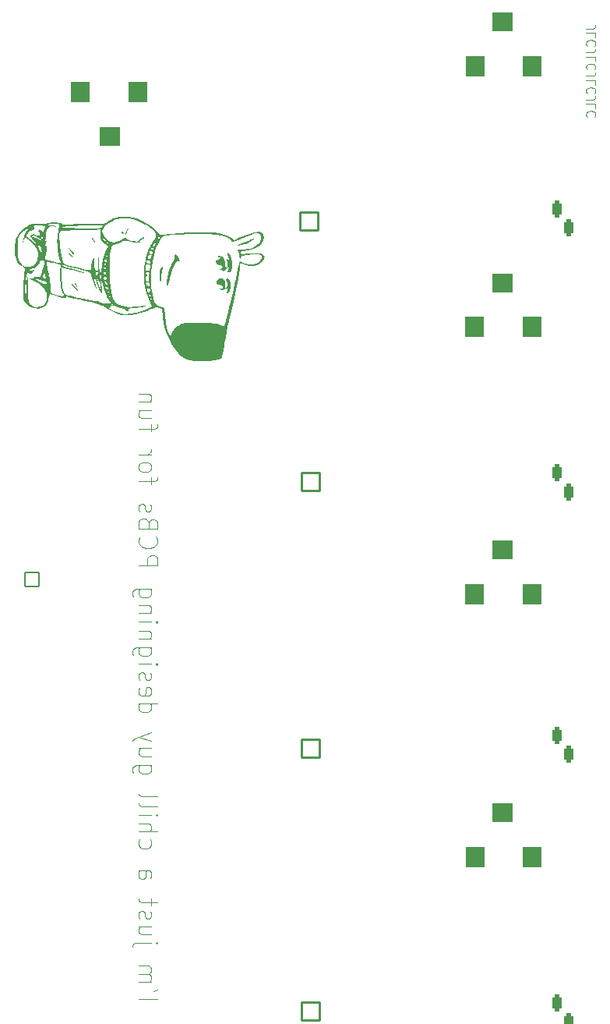
<source format=gbo>
G04 #@! TF.GenerationSoftware,KiCad,Pcbnew,8.0.1*
G04 #@! TF.CreationDate,2025-03-04T19:56:39+01:00*
G04 #@! TF.ProjectId,arroseurPCB,6172726f-7365-4757-9250-43422e6b6963,rev?*
G04 #@! TF.SameCoordinates,Original*
G04 #@! TF.FileFunction,Legend,Bot*
G04 #@! TF.FilePolarity,Positive*
%FSLAX46Y46*%
G04 Gerber Fmt 4.6, Leading zero omitted, Abs format (unit mm)*
G04 Created by KiCad (PCBNEW 8.0.1) date 2025-03-04 19:56:39*
%MOMM*%
%LPD*%
G01*
G04 APERTURE LIST*
G04 Aperture macros list*
%AMRoundRect*
0 Rectangle with rounded corners*
0 $1 Rounding radius*
0 $2 $3 $4 $5 $6 $7 $8 $9 X,Y pos of 4 corners*
0 Add a 4 corners polygon primitive as box body*
4,1,4,$2,$3,$4,$5,$6,$7,$8,$9,$2,$3,0*
0 Add four circle primitives for the rounded corners*
1,1,$1+$1,$2,$3*
1,1,$1+$1,$4,$5*
1,1,$1+$1,$6,$7*
1,1,$1+$1,$8,$9*
0 Add four rect primitives between the rounded corners*
20,1,$1+$1,$2,$3,$4,$5,0*
20,1,$1+$1,$4,$5,$6,$7,0*
20,1,$1+$1,$6,$7,$8,$9,0*
20,1,$1+$1,$8,$9,$2,$3,0*%
G04 Aperture macros list end*
%ADD10C,0.100000*%
%ADD11C,0.000000*%
%ADD12R,2.200000X2.200000*%
%ADD13O,2.200000X2.200000*%
%ADD14C,1.600000*%
%ADD15O,1.600000X1.600000*%
%ADD16R,1.100000X1.800000*%
%ADD17RoundRect,0.275000X0.275000X0.625000X-0.275000X0.625000X-0.275000X-0.625000X0.275000X-0.625000X0*%
%ADD18R,1.600000X1.600000*%
%ADD19RoundRect,0.102000X-0.975000X-0.975000X0.975000X-0.975000X0.975000X0.975000X-0.975000X0.975000X0*%
%ADD20C,2.154000*%
%ADD21R,1.800000X1.800000*%
%ADD22C,1.800000*%
%ADD23RoundRect,1.000000X0.000010X1.100000X-0.000010X1.100000X-0.000010X-1.100000X0.000010X-1.100000X0*%
%ADD24RoundRect,1.000000X-1.100000X0.000010X-1.100000X-0.000010X1.100000X-0.000010X1.100000X0.000010X0*%
%ADD25RoundRect,1.000000X-0.000010X-1.100000X0.000010X-1.100000X0.000010X1.100000X-0.000010X1.100000X0*%
%ADD26RoundRect,0.102000X-0.762000X-0.762000X0.762000X-0.762000X0.762000X0.762000X-0.762000X0.762000X0*%
%ADD27C,1.728000*%
%ADD28RoundRect,1.000000X1.100000X-0.000010X1.100000X0.000010X-1.100000X0.000010X-1.100000X-0.000010X0*%
G04 APERTURE END LIST*
D10*
X170872419Y-50589598D02*
X171586704Y-50589598D01*
X171586704Y-50589598D02*
X171729561Y-50541979D01*
X171729561Y-50541979D02*
X171824800Y-50446741D01*
X171824800Y-50446741D02*
X171872419Y-50303884D01*
X171872419Y-50303884D02*
X171872419Y-50208646D01*
X171872419Y-51541979D02*
X171872419Y-51065789D01*
X171872419Y-51065789D02*
X170872419Y-51065789D01*
X171777180Y-52446741D02*
X171824800Y-52399122D01*
X171824800Y-52399122D02*
X171872419Y-52256265D01*
X171872419Y-52256265D02*
X171872419Y-52161027D01*
X171872419Y-52161027D02*
X171824800Y-52018170D01*
X171824800Y-52018170D02*
X171729561Y-51922932D01*
X171729561Y-51922932D02*
X171634323Y-51875313D01*
X171634323Y-51875313D02*
X171443847Y-51827694D01*
X171443847Y-51827694D02*
X171300990Y-51827694D01*
X171300990Y-51827694D02*
X171110514Y-51875313D01*
X171110514Y-51875313D02*
X171015276Y-51922932D01*
X171015276Y-51922932D02*
X170920038Y-52018170D01*
X170920038Y-52018170D02*
X170872419Y-52161027D01*
X170872419Y-52161027D02*
X170872419Y-52256265D01*
X170872419Y-52256265D02*
X170920038Y-52399122D01*
X170920038Y-52399122D02*
X170967657Y-52446741D01*
X170872419Y-53161027D02*
X171586704Y-53161027D01*
X171586704Y-53161027D02*
X171729561Y-53113408D01*
X171729561Y-53113408D02*
X171824800Y-53018170D01*
X171824800Y-53018170D02*
X171872419Y-52875313D01*
X171872419Y-52875313D02*
X171872419Y-52780075D01*
X171872419Y-54113408D02*
X171872419Y-53637218D01*
X171872419Y-53637218D02*
X170872419Y-53637218D01*
X171777180Y-55018170D02*
X171824800Y-54970551D01*
X171824800Y-54970551D02*
X171872419Y-54827694D01*
X171872419Y-54827694D02*
X171872419Y-54732456D01*
X171872419Y-54732456D02*
X171824800Y-54589599D01*
X171824800Y-54589599D02*
X171729561Y-54494361D01*
X171729561Y-54494361D02*
X171634323Y-54446742D01*
X171634323Y-54446742D02*
X171443847Y-54399123D01*
X171443847Y-54399123D02*
X171300990Y-54399123D01*
X171300990Y-54399123D02*
X171110514Y-54446742D01*
X171110514Y-54446742D02*
X171015276Y-54494361D01*
X171015276Y-54494361D02*
X170920038Y-54589599D01*
X170920038Y-54589599D02*
X170872419Y-54732456D01*
X170872419Y-54732456D02*
X170872419Y-54827694D01*
X170872419Y-54827694D02*
X170920038Y-54970551D01*
X170920038Y-54970551D02*
X170967657Y-55018170D01*
X170872419Y-55732456D02*
X171586704Y-55732456D01*
X171586704Y-55732456D02*
X171729561Y-55684837D01*
X171729561Y-55684837D02*
X171824800Y-55589599D01*
X171824800Y-55589599D02*
X171872419Y-55446742D01*
X171872419Y-55446742D02*
X171872419Y-55351504D01*
X171872419Y-56684837D02*
X171872419Y-56208647D01*
X171872419Y-56208647D02*
X170872419Y-56208647D01*
X171777180Y-57589599D02*
X171824800Y-57541980D01*
X171824800Y-57541980D02*
X171872419Y-57399123D01*
X171872419Y-57399123D02*
X171872419Y-57303885D01*
X171872419Y-57303885D02*
X171824800Y-57161028D01*
X171824800Y-57161028D02*
X171729561Y-57065790D01*
X171729561Y-57065790D02*
X171634323Y-57018171D01*
X171634323Y-57018171D02*
X171443847Y-56970552D01*
X171443847Y-56970552D02*
X171300990Y-56970552D01*
X171300990Y-56970552D02*
X171110514Y-57018171D01*
X171110514Y-57018171D02*
X171015276Y-57065790D01*
X171015276Y-57065790D02*
X170920038Y-57161028D01*
X170920038Y-57161028D02*
X170872419Y-57303885D01*
X170872419Y-57303885D02*
X170872419Y-57399123D01*
X170872419Y-57399123D02*
X170920038Y-57541980D01*
X170920038Y-57541980D02*
X170967657Y-57589599D01*
X170872419Y-58303885D02*
X171586704Y-58303885D01*
X171586704Y-58303885D02*
X171729561Y-58256266D01*
X171729561Y-58256266D02*
X171824800Y-58161028D01*
X171824800Y-58161028D02*
X171872419Y-58018171D01*
X171872419Y-58018171D02*
X171872419Y-57922933D01*
X171872419Y-59256266D02*
X171872419Y-58780076D01*
X171872419Y-58780076D02*
X170872419Y-58780076D01*
X171777180Y-60161028D02*
X171824800Y-60113409D01*
X171824800Y-60113409D02*
X171872419Y-59970552D01*
X171872419Y-59970552D02*
X171872419Y-59875314D01*
X171872419Y-59875314D02*
X171824800Y-59732457D01*
X171824800Y-59732457D02*
X171729561Y-59637219D01*
X171729561Y-59637219D02*
X171634323Y-59589600D01*
X171634323Y-59589600D02*
X171443847Y-59541981D01*
X171443847Y-59541981D02*
X171300990Y-59541981D01*
X171300990Y-59541981D02*
X171110514Y-59589600D01*
X171110514Y-59589600D02*
X171015276Y-59637219D01*
X171015276Y-59637219D02*
X170920038Y-59732457D01*
X170920038Y-59732457D02*
X170872419Y-59875314D01*
X170872419Y-59875314D02*
X170872419Y-59970552D01*
X170872419Y-59970552D02*
X170920038Y-60113409D01*
X170920038Y-60113409D02*
X170967657Y-60161028D01*
X122249961Y-155958020D02*
X124249961Y-155958020D01*
X124249961Y-154910401D02*
X123869009Y-155100877D01*
X122249961Y-154053258D02*
X123583295Y-154053258D01*
X123392819Y-154053258D02*
X123488057Y-153958020D01*
X123488057Y-153958020D02*
X123583295Y-153767544D01*
X123583295Y-153767544D02*
X123583295Y-153481829D01*
X123583295Y-153481829D02*
X123488057Y-153291353D01*
X123488057Y-153291353D02*
X123297580Y-153196115D01*
X123297580Y-153196115D02*
X122249961Y-153196115D01*
X123297580Y-153196115D02*
X123488057Y-153100877D01*
X123488057Y-153100877D02*
X123583295Y-152910401D01*
X123583295Y-152910401D02*
X123583295Y-152624687D01*
X123583295Y-152624687D02*
X123488057Y-152434210D01*
X123488057Y-152434210D02*
X123297580Y-152338972D01*
X123297580Y-152338972D02*
X122249961Y-152338972D01*
X123583295Y-149862781D02*
X121869009Y-149862781D01*
X121869009Y-149862781D02*
X121678533Y-149958019D01*
X121678533Y-149958019D02*
X121583295Y-150148495D01*
X121583295Y-150148495D02*
X121583295Y-150243733D01*
X124249961Y-149862781D02*
X124154723Y-149958019D01*
X124154723Y-149958019D02*
X124059485Y-149862781D01*
X124059485Y-149862781D02*
X124154723Y-149767543D01*
X124154723Y-149767543D02*
X124249961Y-149862781D01*
X124249961Y-149862781D02*
X124059485Y-149862781D01*
X123583295Y-148053257D02*
X122249961Y-148053257D01*
X123583295Y-148910400D02*
X122535676Y-148910400D01*
X122535676Y-148910400D02*
X122345200Y-148815162D01*
X122345200Y-148815162D02*
X122249961Y-148624686D01*
X122249961Y-148624686D02*
X122249961Y-148338971D01*
X122249961Y-148338971D02*
X122345200Y-148148495D01*
X122345200Y-148148495D02*
X122440438Y-148053257D01*
X122345200Y-147196114D02*
X122249961Y-147005638D01*
X122249961Y-147005638D02*
X122249961Y-146624686D01*
X122249961Y-146624686D02*
X122345200Y-146434209D01*
X122345200Y-146434209D02*
X122535676Y-146338971D01*
X122535676Y-146338971D02*
X122630914Y-146338971D01*
X122630914Y-146338971D02*
X122821390Y-146434209D01*
X122821390Y-146434209D02*
X122916628Y-146624686D01*
X122916628Y-146624686D02*
X122916628Y-146910400D01*
X122916628Y-146910400D02*
X123011866Y-147100876D01*
X123011866Y-147100876D02*
X123202342Y-147196114D01*
X123202342Y-147196114D02*
X123297580Y-147196114D01*
X123297580Y-147196114D02*
X123488057Y-147100876D01*
X123488057Y-147100876D02*
X123583295Y-146910400D01*
X123583295Y-146910400D02*
X123583295Y-146624686D01*
X123583295Y-146624686D02*
X123488057Y-146434209D01*
X123583295Y-145767542D02*
X123583295Y-145005638D01*
X124249961Y-145481828D02*
X122535676Y-145481828D01*
X122535676Y-145481828D02*
X122345200Y-145386590D01*
X122345200Y-145386590D02*
X122249961Y-145196114D01*
X122249961Y-145196114D02*
X122249961Y-145005638D01*
X122249961Y-141958018D02*
X123297580Y-141958018D01*
X123297580Y-141958018D02*
X123488057Y-142053256D01*
X123488057Y-142053256D02*
X123583295Y-142243732D01*
X123583295Y-142243732D02*
X123583295Y-142624685D01*
X123583295Y-142624685D02*
X123488057Y-142815161D01*
X122345200Y-141958018D02*
X122249961Y-142148494D01*
X122249961Y-142148494D02*
X122249961Y-142624685D01*
X122249961Y-142624685D02*
X122345200Y-142815161D01*
X122345200Y-142815161D02*
X122535676Y-142910399D01*
X122535676Y-142910399D02*
X122726152Y-142910399D01*
X122726152Y-142910399D02*
X122916628Y-142815161D01*
X122916628Y-142815161D02*
X123011866Y-142624685D01*
X123011866Y-142624685D02*
X123011866Y-142148494D01*
X123011866Y-142148494D02*
X123107104Y-141958018D01*
X122345200Y-138624684D02*
X122249961Y-138815160D01*
X122249961Y-138815160D02*
X122249961Y-139196113D01*
X122249961Y-139196113D02*
X122345200Y-139386589D01*
X122345200Y-139386589D02*
X122440438Y-139481827D01*
X122440438Y-139481827D02*
X122630914Y-139577065D01*
X122630914Y-139577065D02*
X123202342Y-139577065D01*
X123202342Y-139577065D02*
X123392819Y-139481827D01*
X123392819Y-139481827D02*
X123488057Y-139386589D01*
X123488057Y-139386589D02*
X123583295Y-139196113D01*
X123583295Y-139196113D02*
X123583295Y-138815160D01*
X123583295Y-138815160D02*
X123488057Y-138624684D01*
X122249961Y-137767541D02*
X124249961Y-137767541D01*
X122249961Y-136910398D02*
X123297580Y-136910398D01*
X123297580Y-136910398D02*
X123488057Y-137005636D01*
X123488057Y-137005636D02*
X123583295Y-137196112D01*
X123583295Y-137196112D02*
X123583295Y-137481827D01*
X123583295Y-137481827D02*
X123488057Y-137672303D01*
X123488057Y-137672303D02*
X123392819Y-137767541D01*
X122249961Y-135958017D02*
X123583295Y-135958017D01*
X124249961Y-135958017D02*
X124154723Y-136053255D01*
X124154723Y-136053255D02*
X124059485Y-135958017D01*
X124059485Y-135958017D02*
X124154723Y-135862779D01*
X124154723Y-135862779D02*
X124249961Y-135958017D01*
X124249961Y-135958017D02*
X124059485Y-135958017D01*
X122249961Y-134719922D02*
X122345200Y-134910398D01*
X122345200Y-134910398D02*
X122535676Y-135005636D01*
X122535676Y-135005636D02*
X124249961Y-135005636D01*
X122249961Y-133672303D02*
X122345200Y-133862779D01*
X122345200Y-133862779D02*
X122535676Y-133958017D01*
X122535676Y-133958017D02*
X124249961Y-133958017D01*
X123583295Y-130529445D02*
X121964247Y-130529445D01*
X121964247Y-130529445D02*
X121773771Y-130624683D01*
X121773771Y-130624683D02*
X121678533Y-130719921D01*
X121678533Y-130719921D02*
X121583295Y-130910398D01*
X121583295Y-130910398D02*
X121583295Y-131196112D01*
X121583295Y-131196112D02*
X121678533Y-131386588D01*
X122345200Y-130529445D02*
X122249961Y-130719921D01*
X122249961Y-130719921D02*
X122249961Y-131100874D01*
X122249961Y-131100874D02*
X122345200Y-131291350D01*
X122345200Y-131291350D02*
X122440438Y-131386588D01*
X122440438Y-131386588D02*
X122630914Y-131481826D01*
X122630914Y-131481826D02*
X123202342Y-131481826D01*
X123202342Y-131481826D02*
X123392819Y-131386588D01*
X123392819Y-131386588D02*
X123488057Y-131291350D01*
X123488057Y-131291350D02*
X123583295Y-131100874D01*
X123583295Y-131100874D02*
X123583295Y-130719921D01*
X123583295Y-130719921D02*
X123488057Y-130529445D01*
X123583295Y-128719921D02*
X122249961Y-128719921D01*
X123583295Y-129577064D02*
X122535676Y-129577064D01*
X122535676Y-129577064D02*
X122345200Y-129481826D01*
X122345200Y-129481826D02*
X122249961Y-129291350D01*
X122249961Y-129291350D02*
X122249961Y-129005635D01*
X122249961Y-129005635D02*
X122345200Y-128815159D01*
X122345200Y-128815159D02*
X122440438Y-128719921D01*
X123583295Y-127958016D02*
X122249961Y-127481826D01*
X123583295Y-127005635D02*
X122249961Y-127481826D01*
X122249961Y-127481826D02*
X121773771Y-127672302D01*
X121773771Y-127672302D02*
X121678533Y-127767540D01*
X121678533Y-127767540D02*
X121583295Y-127958016D01*
X122249961Y-123862777D02*
X124249961Y-123862777D01*
X122345200Y-123862777D02*
X122249961Y-124053253D01*
X122249961Y-124053253D02*
X122249961Y-124434206D01*
X122249961Y-124434206D02*
X122345200Y-124624682D01*
X122345200Y-124624682D02*
X122440438Y-124719920D01*
X122440438Y-124719920D02*
X122630914Y-124815158D01*
X122630914Y-124815158D02*
X123202342Y-124815158D01*
X123202342Y-124815158D02*
X123392819Y-124719920D01*
X123392819Y-124719920D02*
X123488057Y-124624682D01*
X123488057Y-124624682D02*
X123583295Y-124434206D01*
X123583295Y-124434206D02*
X123583295Y-124053253D01*
X123583295Y-124053253D02*
X123488057Y-123862777D01*
X122345200Y-122148491D02*
X122249961Y-122338967D01*
X122249961Y-122338967D02*
X122249961Y-122719920D01*
X122249961Y-122719920D02*
X122345200Y-122910396D01*
X122345200Y-122910396D02*
X122535676Y-123005634D01*
X122535676Y-123005634D02*
X123297580Y-123005634D01*
X123297580Y-123005634D02*
X123488057Y-122910396D01*
X123488057Y-122910396D02*
X123583295Y-122719920D01*
X123583295Y-122719920D02*
X123583295Y-122338967D01*
X123583295Y-122338967D02*
X123488057Y-122148491D01*
X123488057Y-122148491D02*
X123297580Y-122053253D01*
X123297580Y-122053253D02*
X123107104Y-122053253D01*
X123107104Y-122053253D02*
X122916628Y-123005634D01*
X122345200Y-121291348D02*
X122249961Y-121100872D01*
X122249961Y-121100872D02*
X122249961Y-120719920D01*
X122249961Y-120719920D02*
X122345200Y-120529443D01*
X122345200Y-120529443D02*
X122535676Y-120434205D01*
X122535676Y-120434205D02*
X122630914Y-120434205D01*
X122630914Y-120434205D02*
X122821390Y-120529443D01*
X122821390Y-120529443D02*
X122916628Y-120719920D01*
X122916628Y-120719920D02*
X122916628Y-121005634D01*
X122916628Y-121005634D02*
X123011866Y-121196110D01*
X123011866Y-121196110D02*
X123202342Y-121291348D01*
X123202342Y-121291348D02*
X123297580Y-121291348D01*
X123297580Y-121291348D02*
X123488057Y-121196110D01*
X123488057Y-121196110D02*
X123583295Y-121005634D01*
X123583295Y-121005634D02*
X123583295Y-120719920D01*
X123583295Y-120719920D02*
X123488057Y-120529443D01*
X122249961Y-119577062D02*
X123583295Y-119577062D01*
X124249961Y-119577062D02*
X124154723Y-119672300D01*
X124154723Y-119672300D02*
X124059485Y-119577062D01*
X124059485Y-119577062D02*
X124154723Y-119481824D01*
X124154723Y-119481824D02*
X124249961Y-119577062D01*
X124249961Y-119577062D02*
X124059485Y-119577062D01*
X123583295Y-117767538D02*
X121964247Y-117767538D01*
X121964247Y-117767538D02*
X121773771Y-117862776D01*
X121773771Y-117862776D02*
X121678533Y-117958014D01*
X121678533Y-117958014D02*
X121583295Y-118148491D01*
X121583295Y-118148491D02*
X121583295Y-118434205D01*
X121583295Y-118434205D02*
X121678533Y-118624681D01*
X122345200Y-117767538D02*
X122249961Y-117958014D01*
X122249961Y-117958014D02*
X122249961Y-118338967D01*
X122249961Y-118338967D02*
X122345200Y-118529443D01*
X122345200Y-118529443D02*
X122440438Y-118624681D01*
X122440438Y-118624681D02*
X122630914Y-118719919D01*
X122630914Y-118719919D02*
X123202342Y-118719919D01*
X123202342Y-118719919D02*
X123392819Y-118624681D01*
X123392819Y-118624681D02*
X123488057Y-118529443D01*
X123488057Y-118529443D02*
X123583295Y-118338967D01*
X123583295Y-118338967D02*
X123583295Y-117958014D01*
X123583295Y-117958014D02*
X123488057Y-117767538D01*
X123583295Y-116815157D02*
X122249961Y-116815157D01*
X123392819Y-116815157D02*
X123488057Y-116719919D01*
X123488057Y-116719919D02*
X123583295Y-116529443D01*
X123583295Y-116529443D02*
X123583295Y-116243728D01*
X123583295Y-116243728D02*
X123488057Y-116053252D01*
X123488057Y-116053252D02*
X123297580Y-115958014D01*
X123297580Y-115958014D02*
X122249961Y-115958014D01*
X122249961Y-115005633D02*
X123583295Y-115005633D01*
X124249961Y-115005633D02*
X124154723Y-115100871D01*
X124154723Y-115100871D02*
X124059485Y-115005633D01*
X124059485Y-115005633D02*
X124154723Y-114910395D01*
X124154723Y-114910395D02*
X124249961Y-115005633D01*
X124249961Y-115005633D02*
X124059485Y-115005633D01*
X123583295Y-114053252D02*
X122249961Y-114053252D01*
X123392819Y-114053252D02*
X123488057Y-113958014D01*
X123488057Y-113958014D02*
X123583295Y-113767538D01*
X123583295Y-113767538D02*
X123583295Y-113481823D01*
X123583295Y-113481823D02*
X123488057Y-113291347D01*
X123488057Y-113291347D02*
X123297580Y-113196109D01*
X123297580Y-113196109D02*
X122249961Y-113196109D01*
X123583295Y-111386585D02*
X121964247Y-111386585D01*
X121964247Y-111386585D02*
X121773771Y-111481823D01*
X121773771Y-111481823D02*
X121678533Y-111577061D01*
X121678533Y-111577061D02*
X121583295Y-111767538D01*
X121583295Y-111767538D02*
X121583295Y-112053252D01*
X121583295Y-112053252D02*
X121678533Y-112243728D01*
X122345200Y-111386585D02*
X122249961Y-111577061D01*
X122249961Y-111577061D02*
X122249961Y-111958014D01*
X122249961Y-111958014D02*
X122345200Y-112148490D01*
X122345200Y-112148490D02*
X122440438Y-112243728D01*
X122440438Y-112243728D02*
X122630914Y-112338966D01*
X122630914Y-112338966D02*
X123202342Y-112338966D01*
X123202342Y-112338966D02*
X123392819Y-112243728D01*
X123392819Y-112243728D02*
X123488057Y-112148490D01*
X123488057Y-112148490D02*
X123583295Y-111958014D01*
X123583295Y-111958014D02*
X123583295Y-111577061D01*
X123583295Y-111577061D02*
X123488057Y-111386585D01*
X122249961Y-108910394D02*
X124249961Y-108910394D01*
X124249961Y-108910394D02*
X124249961Y-108148489D01*
X124249961Y-108148489D02*
X124154723Y-107958013D01*
X124154723Y-107958013D02*
X124059485Y-107862775D01*
X124059485Y-107862775D02*
X123869009Y-107767537D01*
X123869009Y-107767537D02*
X123583295Y-107767537D01*
X123583295Y-107767537D02*
X123392819Y-107862775D01*
X123392819Y-107862775D02*
X123297580Y-107958013D01*
X123297580Y-107958013D02*
X123202342Y-108148489D01*
X123202342Y-108148489D02*
X123202342Y-108910394D01*
X122440438Y-105767537D02*
X122345200Y-105862775D01*
X122345200Y-105862775D02*
X122249961Y-106148489D01*
X122249961Y-106148489D02*
X122249961Y-106338965D01*
X122249961Y-106338965D02*
X122345200Y-106624680D01*
X122345200Y-106624680D02*
X122535676Y-106815156D01*
X122535676Y-106815156D02*
X122726152Y-106910394D01*
X122726152Y-106910394D02*
X123107104Y-107005632D01*
X123107104Y-107005632D02*
X123392819Y-107005632D01*
X123392819Y-107005632D02*
X123773771Y-106910394D01*
X123773771Y-106910394D02*
X123964247Y-106815156D01*
X123964247Y-106815156D02*
X124154723Y-106624680D01*
X124154723Y-106624680D02*
X124249961Y-106338965D01*
X124249961Y-106338965D02*
X124249961Y-106148489D01*
X124249961Y-106148489D02*
X124154723Y-105862775D01*
X124154723Y-105862775D02*
X124059485Y-105767537D01*
X123297580Y-104243727D02*
X123202342Y-103958013D01*
X123202342Y-103958013D02*
X123107104Y-103862775D01*
X123107104Y-103862775D02*
X122916628Y-103767537D01*
X122916628Y-103767537D02*
X122630914Y-103767537D01*
X122630914Y-103767537D02*
X122440438Y-103862775D01*
X122440438Y-103862775D02*
X122345200Y-103958013D01*
X122345200Y-103958013D02*
X122249961Y-104148489D01*
X122249961Y-104148489D02*
X122249961Y-104910394D01*
X122249961Y-104910394D02*
X124249961Y-104910394D01*
X124249961Y-104910394D02*
X124249961Y-104243727D01*
X124249961Y-104243727D02*
X124154723Y-104053251D01*
X124154723Y-104053251D02*
X124059485Y-103958013D01*
X124059485Y-103958013D02*
X123869009Y-103862775D01*
X123869009Y-103862775D02*
X123678533Y-103862775D01*
X123678533Y-103862775D02*
X123488057Y-103958013D01*
X123488057Y-103958013D02*
X123392819Y-104053251D01*
X123392819Y-104053251D02*
X123297580Y-104243727D01*
X123297580Y-104243727D02*
X123297580Y-104910394D01*
X122345200Y-103005632D02*
X122249961Y-102815156D01*
X122249961Y-102815156D02*
X122249961Y-102434204D01*
X122249961Y-102434204D02*
X122345200Y-102243727D01*
X122345200Y-102243727D02*
X122535676Y-102148489D01*
X122535676Y-102148489D02*
X122630914Y-102148489D01*
X122630914Y-102148489D02*
X122821390Y-102243727D01*
X122821390Y-102243727D02*
X122916628Y-102434204D01*
X122916628Y-102434204D02*
X122916628Y-102719918D01*
X122916628Y-102719918D02*
X123011866Y-102910394D01*
X123011866Y-102910394D02*
X123202342Y-103005632D01*
X123202342Y-103005632D02*
X123297580Y-103005632D01*
X123297580Y-103005632D02*
X123488057Y-102910394D01*
X123488057Y-102910394D02*
X123583295Y-102719918D01*
X123583295Y-102719918D02*
X123583295Y-102434204D01*
X123583295Y-102434204D02*
X123488057Y-102243727D01*
X123583295Y-100053250D02*
X123583295Y-99291346D01*
X122249961Y-99767536D02*
X123964247Y-99767536D01*
X123964247Y-99767536D02*
X124154723Y-99672298D01*
X124154723Y-99672298D02*
X124249961Y-99481822D01*
X124249961Y-99481822D02*
X124249961Y-99291346D01*
X122249961Y-98338965D02*
X122345200Y-98529441D01*
X122345200Y-98529441D02*
X122440438Y-98624679D01*
X122440438Y-98624679D02*
X122630914Y-98719917D01*
X122630914Y-98719917D02*
X123202342Y-98719917D01*
X123202342Y-98719917D02*
X123392819Y-98624679D01*
X123392819Y-98624679D02*
X123488057Y-98529441D01*
X123488057Y-98529441D02*
X123583295Y-98338965D01*
X123583295Y-98338965D02*
X123583295Y-98053250D01*
X123583295Y-98053250D02*
X123488057Y-97862774D01*
X123488057Y-97862774D02*
X123392819Y-97767536D01*
X123392819Y-97767536D02*
X123202342Y-97672298D01*
X123202342Y-97672298D02*
X122630914Y-97672298D01*
X122630914Y-97672298D02*
X122440438Y-97767536D01*
X122440438Y-97767536D02*
X122345200Y-97862774D01*
X122345200Y-97862774D02*
X122249961Y-98053250D01*
X122249961Y-98053250D02*
X122249961Y-98338965D01*
X122249961Y-96815155D02*
X123583295Y-96815155D01*
X123202342Y-96815155D02*
X123392819Y-96719917D01*
X123392819Y-96719917D02*
X123488057Y-96624679D01*
X123488057Y-96624679D02*
X123583295Y-96434203D01*
X123583295Y-96434203D02*
X123583295Y-96243726D01*
X123583295Y-94338964D02*
X123583295Y-93577060D01*
X122249961Y-94053250D02*
X123964247Y-94053250D01*
X123964247Y-94053250D02*
X124154723Y-93958012D01*
X124154723Y-93958012D02*
X124249961Y-93767536D01*
X124249961Y-93767536D02*
X124249961Y-93577060D01*
X123583295Y-92053250D02*
X122249961Y-92053250D01*
X123583295Y-92910393D02*
X122535676Y-92910393D01*
X122535676Y-92910393D02*
X122345200Y-92815155D01*
X122345200Y-92815155D02*
X122249961Y-92624679D01*
X122249961Y-92624679D02*
X122249961Y-92338964D01*
X122249961Y-92338964D02*
X122345200Y-92148488D01*
X122345200Y-92148488D02*
X122440438Y-92053250D01*
X123583295Y-91100869D02*
X122249961Y-91100869D01*
X123392819Y-91100869D02*
X123488057Y-91005631D01*
X123488057Y-91005631D02*
X123583295Y-90815155D01*
X123583295Y-90815155D02*
X123583295Y-90529440D01*
X123583295Y-90529440D02*
X123488057Y-90338964D01*
X123488057Y-90338964D02*
X123297580Y-90243726D01*
X123297580Y-90243726D02*
X122249961Y-90243726D01*
D11*
G36*
X109584746Y-75476610D02*
G01*
X109541695Y-75519661D01*
X109498644Y-75476610D01*
X109541695Y-75433559D01*
X109584746Y-75476610D01*
G37*
G36*
X109756950Y-76079322D02*
G01*
X109713899Y-76122373D01*
X109670848Y-76079322D01*
X109713899Y-76036271D01*
X109756950Y-76079322D01*
G37*
G36*
X116731187Y-77198644D02*
G01*
X116688136Y-77241695D01*
X116645085Y-77198644D01*
X116688136Y-77155593D01*
X116731187Y-77198644D01*
G37*
G36*
X109652452Y-75819286D02*
G01*
X109642147Y-75921469D01*
X109616249Y-75934939D01*
X109584746Y-75864068D01*
X109590960Y-75818486D01*
X109642147Y-75806667D01*
X109652452Y-75819286D01*
G37*
G36*
X120500331Y-72634560D02*
G01*
X120586031Y-72748263D01*
X120584205Y-72800446D01*
X120483786Y-72850509D01*
X120416783Y-72832790D01*
X120347458Y-72714181D01*
X120397158Y-72620103D01*
X120500331Y-72634560D01*
G37*
G36*
X109555122Y-74979887D02*
G01*
X109570917Y-75050636D01*
X109558312Y-75238192D01*
X109554052Y-75252996D01*
X109527845Y-75265743D01*
X109515430Y-75132204D01*
X109515312Y-75111813D01*
X109526856Y-74977025D01*
X109555122Y-74979887D01*
G37*
G36*
X109557803Y-74162556D02*
G01*
X109573403Y-74282613D01*
X109559541Y-74506962D01*
X109548282Y-74549329D01*
X109528835Y-74524031D01*
X109520358Y-74357288D01*
X109521470Y-74266075D01*
X109534529Y-74142429D01*
X109557803Y-74162556D01*
G37*
G36*
X114704830Y-74969526D02*
G01*
X114880000Y-75112343D01*
X114896877Y-75127323D01*
X115104909Y-75322252D01*
X115183249Y-75416441D01*
X115140816Y-75410549D01*
X114986533Y-75305240D01*
X114729322Y-75101174D01*
X114637598Y-75011589D01*
X114578644Y-74910952D01*
X114596139Y-74904530D01*
X114704830Y-74969526D01*
G37*
G36*
X117228262Y-73287501D02*
G01*
X117343929Y-73482871D01*
X117389877Y-73574033D01*
X117467724Y-73759959D01*
X117481204Y-73851226D01*
X117472837Y-73853467D01*
X117403641Y-73779962D01*
X117304736Y-73606321D01*
X117267263Y-73528013D01*
X117185180Y-73325029D01*
X117173763Y-73239873D01*
X117228262Y-73287501D01*
G37*
G36*
X114753700Y-74474853D02*
G01*
X114936872Y-74692214D01*
X115190316Y-75046102D01*
X115205316Y-75068745D01*
X115221900Y-75117425D01*
X115140430Y-75050495D01*
X114974899Y-74878819D01*
X114972658Y-74876383D01*
X114782851Y-74656655D01*
X114659725Y-74487925D01*
X114629839Y-74406546D01*
X114646298Y-74400294D01*
X114753700Y-74474853D01*
G37*
G36*
X121091775Y-72322381D02*
G01*
X121058372Y-72488392D01*
X120991008Y-72691752D01*
X120913489Y-72863983D01*
X120849622Y-72936610D01*
X120830666Y-72933380D01*
X120777967Y-72846233D01*
X120787522Y-72790716D01*
X120848455Y-72629758D01*
X120938962Y-72448675D01*
X121027587Y-72307359D01*
X121082875Y-72265699D01*
X121091775Y-72322381D01*
G37*
G36*
X115246087Y-78036571D02*
G01*
X115332121Y-78168297D01*
X115447386Y-78382542D01*
X115508246Y-78510507D01*
X115559171Y-78646101D01*
X115540617Y-78662373D01*
X115537780Y-78659604D01*
X115435270Y-78522172D01*
X115316419Y-78317966D01*
X115283027Y-78253422D01*
X115204029Y-78092586D01*
X115188459Y-78028286D01*
X115222657Y-78016610D01*
X115246087Y-78036571D01*
G37*
G36*
X115020636Y-78322613D02*
G01*
X115161045Y-78440367D01*
X115336125Y-78616798D01*
X115508182Y-78811380D01*
X115639519Y-78983584D01*
X115692439Y-79092881D01*
X115692407Y-79094312D01*
X115636926Y-79078035D01*
X115495947Y-78960050D01*
X115299107Y-78765056D01*
X115107783Y-78550307D01*
X114983767Y-78382823D01*
X114955155Y-78300213D01*
X115020636Y-78322613D01*
G37*
G36*
X124810345Y-76466815D02*
G01*
X124881370Y-76478253D01*
X124899272Y-76536812D01*
X124863596Y-76681238D01*
X124773886Y-76950275D01*
X124740422Y-77062557D01*
X124678279Y-77395177D01*
X124668534Y-77685148D01*
X124675477Y-77803697D01*
X124658440Y-77975233D01*
X124608233Y-78017442D01*
X124537363Y-77908983D01*
X124510678Y-77797429D01*
X124489910Y-77528748D01*
X124492973Y-77206798D01*
X124518296Y-76902716D01*
X124564310Y-76687639D01*
X124655329Y-76538878D01*
X124779564Y-76466780D01*
X124810345Y-76466815D01*
G37*
G36*
X134746549Y-73391587D02*
G01*
X134715672Y-73463566D01*
X134571494Y-73582417D01*
X134348010Y-73725831D01*
X134079215Y-73871503D01*
X133799105Y-73997125D01*
X133721322Y-74025271D01*
X133399936Y-74107001D01*
X133110292Y-74137735D01*
X132995608Y-74131648D01*
X132954813Y-74108533D01*
X133030041Y-74059009D01*
X133236976Y-73973439D01*
X133591302Y-73842184D01*
X133804451Y-73762843D01*
X134133694Y-73632080D01*
X134384203Y-73522160D01*
X134514000Y-73450885D01*
X134589528Y-73404471D01*
X134733679Y-73383882D01*
X134746549Y-73391587D01*
G37*
G36*
X126226506Y-75089484D02*
G01*
X126350424Y-75180569D01*
X126513037Y-75425359D01*
X126706739Y-75812548D01*
X126683781Y-75850887D01*
X126551127Y-75840257D01*
X126524860Y-75834199D01*
X126425013Y-75839531D01*
X126331710Y-75917947D01*
X126220609Y-76098036D01*
X126067365Y-76408387D01*
X125907847Y-76784020D01*
X125748500Y-77231757D01*
X125635306Y-77629153D01*
X125599682Y-77783206D01*
X125523607Y-78104964D01*
X125471056Y-78301203D01*
X125430980Y-78402955D01*
X125392331Y-78441250D01*
X125344059Y-78447119D01*
X125286349Y-78414161D01*
X125248572Y-78251709D01*
X125264091Y-77980562D01*
X125325067Y-77631018D01*
X125423658Y-77233379D01*
X125552024Y-76817944D01*
X125702325Y-76415012D01*
X125866719Y-76054884D01*
X126037366Y-75767860D01*
X126140136Y-75575738D01*
X126152729Y-75308792D01*
X126138197Y-75140219D01*
X126220143Y-75089153D01*
X126226506Y-75089484D01*
G37*
G36*
X131275629Y-77676942D02*
G01*
X131476727Y-77769342D01*
X131590770Y-77990674D01*
X131626780Y-78355357D01*
X131629148Y-78437572D01*
X131658703Y-78628953D01*
X131711241Y-78705424D01*
X131793470Y-78646065D01*
X131849848Y-78474861D01*
X131858532Y-78254624D01*
X131809911Y-78049261D01*
X131745670Y-77889610D01*
X131712882Y-77762315D01*
X131764676Y-77711088D01*
X131894465Y-77739019D01*
X132043610Y-77826638D01*
X132153292Y-77949010D01*
X132221632Y-78177664D01*
X132239878Y-78510391D01*
X132200028Y-78844481D01*
X132105530Y-79097044D01*
X132017379Y-79214797D01*
X131893852Y-79304231D01*
X131829850Y-79243433D01*
X131844873Y-79036904D01*
X131873342Y-78877837D01*
X131849301Y-78806773D01*
X131744088Y-78834770D01*
X131735055Y-78838605D01*
X131510029Y-78908079D01*
X131278287Y-78943859D01*
X131097182Y-78941137D01*
X131024068Y-78895108D01*
X131059162Y-78851526D01*
X131196272Y-78852679D01*
X131246285Y-78863306D01*
X131344053Y-78832760D01*
X131368475Y-78672415D01*
X131368317Y-78655142D01*
X131327022Y-78492347D01*
X131190611Y-78447119D01*
X131068773Y-78433063D01*
X130846204Y-78357988D01*
X130711500Y-78230482D01*
X130684010Y-78048427D01*
X130770397Y-77867055D01*
X130949309Y-77727826D01*
X131199392Y-77672204D01*
X131275629Y-77676942D01*
G37*
G36*
X131956590Y-74933496D02*
G01*
X132080234Y-75006295D01*
X132219316Y-75220024D01*
X132329598Y-75529851D01*
X132403111Y-75893411D01*
X132431883Y-76268338D01*
X132407945Y-76612269D01*
X132323327Y-76882838D01*
X132297909Y-76923303D01*
X132168279Y-77034721D01*
X132027263Y-77074331D01*
X131928332Y-77037305D01*
X131924954Y-76918814D01*
X131975196Y-76749950D01*
X132025481Y-76509831D01*
X132048505Y-76347856D01*
X132030825Y-76322255D01*
X131954875Y-76438022D01*
X131812079Y-76618101D01*
X131614173Y-76803189D01*
X131512810Y-76877766D01*
X131398136Y-76923763D01*
X131339609Y-76860155D01*
X131275341Y-76792136D01*
X131093911Y-76775774D01*
X131015065Y-76788836D01*
X130994444Y-76778490D01*
X131131695Y-76718864D01*
X131302272Y-76608917D01*
X131373909Y-76465854D01*
X131322929Y-76345288D01*
X131147560Y-76294576D01*
X130979613Y-76276267D01*
X130760103Y-76205445D01*
X130674380Y-76144254D01*
X130593034Y-75975693D01*
X130654872Y-75800358D01*
X130851865Y-75665509D01*
X130923047Y-75636051D01*
X131075924Y-75540865D01*
X131101950Y-75464713D01*
X130986099Y-75433559D01*
X130933393Y-75426682D01*
X130808814Y-75347458D01*
X130803300Y-75308897D01*
X130890528Y-75267992D01*
X131057291Y-75266587D01*
X131246636Y-75302266D01*
X131401611Y-75372612D01*
X131453386Y-75424946D01*
X131545151Y-75642985D01*
X131601591Y-76011328D01*
X131613860Y-76135700D01*
X131651301Y-76375476D01*
X131702335Y-76483492D01*
X131777925Y-76489477D01*
X131782782Y-76487526D01*
X131853709Y-76414774D01*
X131878017Y-76251421D01*
X131861883Y-75958388D01*
X131839979Y-75700854D01*
X131840030Y-75583288D01*
X131869209Y-75600800D01*
X131933429Y-75734915D01*
X131988186Y-75843124D01*
X132039267Y-75889556D01*
X132047494Y-75802939D01*
X132012787Y-75603911D01*
X131935064Y-75313112D01*
X131892174Y-75166832D01*
X131854920Y-74997757D01*
X131875663Y-74932832D01*
X131956590Y-74933496D01*
G37*
G36*
X121118970Y-71025014D02*
G01*
X121600730Y-71086868D01*
X122025613Y-71205837D01*
X122570326Y-71439512D01*
X123171217Y-71772753D01*
X123720504Y-72151429D01*
X124159069Y-72538610D01*
X124573023Y-72970355D01*
X125839732Y-72867399D01*
X126548729Y-72813101D01*
X127714867Y-72742169D01*
X128730946Y-72707929D01*
X129608884Y-72711208D01*
X130360597Y-72752834D01*
X130998002Y-72833636D01*
X131533017Y-72954442D01*
X131977558Y-73116080D01*
X132343542Y-73319378D01*
X132655045Y-73530769D01*
X133238709Y-73265384D01*
X133551680Y-73127629D01*
X134251946Y-72861040D01*
X134825270Y-72709881D01*
X135271482Y-72674152D01*
X135590415Y-72753854D01*
X135781898Y-72948987D01*
X135845763Y-73259552D01*
X135800676Y-73565016D01*
X135605065Y-73921095D01*
X135246562Y-74248204D01*
X134944307Y-74417856D01*
X134502375Y-74584489D01*
X134028435Y-74700939D01*
X133597090Y-74744746D01*
X133401121Y-74754823D01*
X133316495Y-74804774D01*
X133324943Y-74921067D01*
X133335090Y-74956335D01*
X133379793Y-75031139D01*
X133476498Y-75063827D01*
X133664769Y-75060859D01*
X133984170Y-75028694D01*
X134507971Y-74983269D01*
X135089162Y-74977580D01*
X135520757Y-75034928D01*
X135800154Y-75154038D01*
X135924747Y-75333632D01*
X135891932Y-75572435D01*
X135699105Y-75869169D01*
X135637864Y-75937339D01*
X135253980Y-76219102D01*
X134787824Y-76362060D01*
X134260757Y-76362510D01*
X133694144Y-76216747D01*
X133262712Y-76052816D01*
X133262698Y-76453526D01*
X133262656Y-76462882D01*
X133238721Y-76764786D01*
X133172782Y-77217788D01*
X133067813Y-77807417D01*
X132926787Y-78519200D01*
X132752678Y-79338667D01*
X132548461Y-80251345D01*
X132317109Y-81242762D01*
X132061595Y-82298448D01*
X132034057Y-82412934D01*
X131920058Y-82928831D01*
X131798785Y-83531845D01*
X131683099Y-84156085D01*
X131585862Y-84735661D01*
X131536952Y-85039565D01*
X131459268Y-85489164D01*
X131387660Y-85866154D01*
X131328447Y-86137948D01*
X131287948Y-86271956D01*
X131152190Y-86392342D01*
X130865985Y-86507144D01*
X130464436Y-86599496D01*
X129976989Y-86664311D01*
X129433091Y-86696504D01*
X128862186Y-86690988D01*
X128456237Y-86665530D01*
X127846167Y-86583384D01*
X127346148Y-86436760D01*
X126923764Y-86205722D01*
X126546598Y-85870336D01*
X126182232Y-85410667D01*
X125798249Y-84806778D01*
X125699988Y-84637140D01*
X125669223Y-84584027D01*
X125324358Y-83907397D01*
X125085841Y-83270891D01*
X124935591Y-82618658D01*
X124855526Y-81894845D01*
X124800616Y-81056958D01*
X124451829Y-80929787D01*
X124421062Y-80918624D01*
X124258406Y-80867572D01*
X124115796Y-80854909D01*
X123948965Y-80888714D01*
X123908957Y-80903736D01*
X123713648Y-80977067D01*
X123687528Y-80988397D01*
X123365578Y-81128047D01*
X123129114Y-81229929D01*
X122482064Y-81474595D01*
X121910745Y-81627926D01*
X121369398Y-81700202D01*
X120812264Y-81701705D01*
X120696044Y-81694420D01*
X120605961Y-81688774D01*
X120336570Y-81658255D01*
X120090084Y-81603101D01*
X119832512Y-81510313D01*
X119529865Y-81366895D01*
X119148154Y-81159850D01*
X119055933Y-81106976D01*
X118719785Y-80914248D01*
X118653389Y-80876180D01*
X118582373Y-80838029D01*
X118353718Y-80715191D01*
X118183318Y-80642712D01*
X118539322Y-80642712D01*
X118582373Y-80685763D01*
X118613876Y-80654260D01*
X118985061Y-80654260D01*
X119055933Y-80685763D01*
X119101515Y-80679549D01*
X119113334Y-80628362D01*
X119100714Y-80618057D01*
X118998531Y-80628362D01*
X118985061Y-80654260D01*
X118613876Y-80654260D01*
X118625424Y-80642712D01*
X118582373Y-80599661D01*
X118539322Y-80642712D01*
X118183318Y-80642712D01*
X118029507Y-80577289D01*
X119238885Y-80577289D01*
X119339477Y-80551075D01*
X119419830Y-80508135D01*
X119445669Y-80444086D01*
X119404167Y-80434865D01*
X119291277Y-80502875D01*
X119280152Y-80514215D01*
X119238885Y-80577289D01*
X118029507Y-80577289D01*
X117985688Y-80558651D01*
X117559067Y-80425425D01*
X117017457Y-80295494D01*
X116967041Y-80284474D01*
X116358421Y-80150090D01*
X115789330Y-80022088D01*
X115285530Y-79906448D01*
X114872782Y-79809147D01*
X114576850Y-79736165D01*
X114423495Y-79693481D01*
X114376069Y-79685385D01*
X114364376Y-79740239D01*
X114387157Y-79798799D01*
X114324381Y-79866155D01*
X114128790Y-79865084D01*
X113930196Y-79821697D01*
X113816710Y-79796903D01*
X113404465Y-79662925D01*
X113240634Y-79603834D01*
X112932829Y-79496338D01*
X112706154Y-79421999D01*
X112600752Y-79394237D01*
X112558639Y-79453037D01*
X112496102Y-79640191D01*
X112477271Y-79720938D01*
X112432911Y-79911153D01*
X112382102Y-80126631D01*
X112211873Y-80531240D01*
X111961849Y-80797689D01*
X111619550Y-80941789D01*
X111308222Y-80981794D01*
X111091526Y-80961560D01*
X110828950Y-80937043D01*
X110387882Y-80777617D01*
X110025519Y-80520271D01*
X109782359Y-80181758D01*
X109729263Y-79968170D01*
X109695418Y-79616028D01*
X109682563Y-79191739D01*
X109858296Y-79191739D01*
X109879229Y-79385413D01*
X109922495Y-79566441D01*
X109948342Y-79595630D01*
X109978921Y-79479792D01*
X110007946Y-79208686D01*
X110034089Y-78791526D01*
X110047539Y-78546873D01*
X110081479Y-78091803D01*
X110117124Y-77784301D01*
X110151065Y-77628305D01*
X110179895Y-77627748D01*
X110200205Y-77786566D01*
X110208588Y-78108694D01*
X110201635Y-78598068D01*
X110201198Y-78614151D01*
X110194051Y-79276725D01*
X110218098Y-79789349D01*
X110281490Y-80172315D01*
X110392378Y-80445915D01*
X110558913Y-80630439D01*
X110789245Y-80746180D01*
X111091526Y-80813429D01*
X111460766Y-80799198D01*
X111787424Y-80650717D01*
X112039285Y-80395409D01*
X112201832Y-80063427D01*
X112260547Y-79684926D01*
X112230309Y-79484709D01*
X112200912Y-79290061D01*
X112121643Y-79133140D01*
X112097147Y-79084648D01*
X112348662Y-79084648D01*
X112426102Y-79222034D01*
X112477271Y-79282594D01*
X112510885Y-79248641D01*
X112507965Y-79218626D01*
X112426102Y-79092881D01*
X112377828Y-79066344D01*
X112348662Y-79084648D01*
X112097147Y-79084648D01*
X112008410Y-78908984D01*
X111779027Y-78624390D01*
X111545066Y-78419482D01*
X111927293Y-78419482D01*
X112035906Y-78581340D01*
X112121643Y-78668353D01*
X112165059Y-78651390D01*
X112146101Y-78582191D01*
X112038644Y-78447119D01*
X111930468Y-78374071D01*
X111927293Y-78419482D01*
X111545066Y-78419482D01*
X111319621Y-78222032D01*
X110786020Y-77955417D01*
X110621272Y-77889757D01*
X110467889Y-77807730D01*
X111087392Y-77807730D01*
X111164989Y-77911159D01*
X111375966Y-78031690D01*
X111737289Y-78181147D01*
X111963640Y-78267359D01*
X112145725Y-78332285D01*
X112230309Y-78345353D01*
X112254123Y-78310018D01*
X112253899Y-78229733D01*
X112252541Y-78213361D01*
X112149871Y-78084664D01*
X112108433Y-78065028D01*
X111899205Y-77965884D01*
X111522034Y-77867653D01*
X111326072Y-77809054D01*
X111209916Y-77735573D01*
X111182375Y-77706277D01*
X111103237Y-77739357D01*
X111087392Y-77807730D01*
X110467889Y-77807730D01*
X110438745Y-77792144D01*
X110357227Y-77715848D01*
X110393898Y-77680395D01*
X110565939Y-77705308D01*
X110711658Y-77717749D01*
X110822228Y-77626751D01*
X110835133Y-77601991D01*
X111857745Y-77601991D01*
X111959918Y-77706170D01*
X112015639Y-77726688D01*
X112108433Y-77737255D01*
X112131517Y-77652552D01*
X112104768Y-77435424D01*
X112070261Y-77295673D01*
X112038644Y-77239049D01*
X112001684Y-77172856D01*
X111937725Y-77158491D01*
X111909492Y-77277704D01*
X111906122Y-77331315D01*
X111861493Y-77524898D01*
X111857745Y-77601991D01*
X110835133Y-77601991D01*
X110837248Y-77597932D01*
X110965959Y-77526871D01*
X111227401Y-77519737D01*
X111582562Y-77543051D01*
X111734888Y-76983390D01*
X111815959Y-76697704D01*
X111906676Y-76402517D01*
X111975294Y-76205439D01*
X112019220Y-76024637D01*
X111977250Y-75902861D01*
X112167797Y-75902861D01*
X112201915Y-75957345D01*
X112222393Y-76026630D01*
X112254654Y-76226411D01*
X112287197Y-76504243D01*
X112319327Y-76733820D01*
X112374983Y-76962804D01*
X112434496Y-77074680D01*
X112481195Y-77145352D01*
X112472565Y-77317047D01*
X112453611Y-77433898D01*
X112515984Y-77500000D01*
X112518584Y-77500046D01*
X112579290Y-77574162D01*
X112562195Y-77794642D01*
X112561639Y-77797627D01*
X112547713Y-78024270D01*
X112598305Y-78145763D01*
X112598909Y-78146141D01*
X112649073Y-78267917D01*
X112635469Y-78491272D01*
X112624698Y-78567199D01*
X112631719Y-78849938D01*
X112695830Y-79117320D01*
X112800166Y-79317104D01*
X112927864Y-79397048D01*
X113027438Y-79412355D01*
X113260591Y-79472781D01*
X113544260Y-79562914D01*
X113666282Y-79603175D01*
X113930196Y-79663022D01*
X114059171Y-79627135D01*
X114065141Y-79485957D01*
X113960039Y-79229931D01*
X113917361Y-79131721D01*
X113807480Y-78749850D01*
X113724909Y-78270886D01*
X113675557Y-77750017D01*
X113665335Y-77242431D01*
X113681861Y-77034017D01*
X113825553Y-77034017D01*
X113842533Y-77407656D01*
X113874692Y-77822757D01*
X113918931Y-78242619D01*
X113972154Y-78630536D01*
X114031263Y-78949806D01*
X114093160Y-79163723D01*
X114132770Y-79259085D01*
X114178191Y-79344177D01*
X114245282Y-79414523D01*
X114354946Y-79477645D01*
X114528083Y-79541060D01*
X114785595Y-79612287D01*
X115148385Y-79698847D01*
X115637355Y-79808259D01*
X116273406Y-79948041D01*
X116602553Y-80018066D01*
X117045158Y-80104455D01*
X117413951Y-80167234D01*
X117677636Y-80201228D01*
X117804918Y-80201264D01*
X117940070Y-80205337D01*
X118121185Y-80309388D01*
X118144608Y-80329305D01*
X118374264Y-80435478D01*
X118719785Y-80464239D01*
X118861506Y-80459205D01*
X119082670Y-80437218D01*
X119192875Y-80405318D01*
X119198713Y-80380274D01*
X119146439Y-80248057D01*
X119020319Y-80057404D01*
X119015297Y-80050778D01*
X119006737Y-80036847D01*
X118804414Y-79707580D01*
X118739932Y-79569070D01*
X119024603Y-79569070D01*
X119027103Y-79634266D01*
X119106023Y-79776762D01*
X119135520Y-79814535D01*
X119212800Y-79872194D01*
X119219597Y-79808194D01*
X119145397Y-79655036D01*
X119096511Y-79593938D01*
X119024603Y-79569070D01*
X118739932Y-79569070D01*
X118599474Y-79267362D01*
X118572905Y-79194296D01*
X118836645Y-79194296D01*
X118924699Y-79306409D01*
X119006737Y-79358467D01*
X119055933Y-79323760D01*
X119051391Y-79292572D01*
X118977558Y-79193499D01*
X118964102Y-79175443D01*
X118900950Y-79153390D01*
X118863766Y-79140405D01*
X118836645Y-79194296D01*
X118572905Y-79194296D01*
X118430178Y-78801794D01*
X118390588Y-78642123D01*
X118625424Y-78642123D01*
X118653072Y-78745441D01*
X118765990Y-78895217D01*
X118900950Y-78963729D01*
X118942556Y-78953191D01*
X118972327Y-78862262D01*
X118917668Y-78729809D01*
X118814848Y-78635172D01*
X118797628Y-78619322D01*
X118789732Y-78615130D01*
X118660351Y-78571315D01*
X118625424Y-78642123D01*
X118390588Y-78642123D01*
X118326226Y-78382542D01*
X118307263Y-78284880D01*
X118247784Y-78092902D01*
X118224862Y-78063966D01*
X118542187Y-78063966D01*
X118566388Y-78201195D01*
X118672078Y-78373487D01*
X118814848Y-78447119D01*
X118875308Y-78417840D01*
X118853018Y-78293075D01*
X118714390Y-78090725D01*
X118625424Y-77989795D01*
X118601313Y-77962442D01*
X118552441Y-77951367D01*
X118542187Y-78063966D01*
X118224862Y-78063966D01*
X118187348Y-78016610D01*
X118168740Y-78015844D01*
X118132539Y-78016952D01*
X118118271Y-78049892D01*
X118128035Y-78149083D01*
X118163933Y-78348945D01*
X118228065Y-78683898D01*
X118237928Y-78737087D01*
X118280653Y-79026774D01*
X118292180Y-79230905D01*
X118269749Y-79308136D01*
X118229978Y-79295251D01*
X118158151Y-79217549D01*
X118104953Y-79159999D01*
X117956800Y-78902522D01*
X117801976Y-78554038D01*
X117672961Y-78190859D01*
X117656941Y-78145763D01*
X117643535Y-78103617D01*
X117544809Y-77827419D01*
X117474849Y-77698065D01*
X117463051Y-77707248D01*
X117439040Y-77725936D01*
X117443479Y-77850011D01*
X117494524Y-78104558D01*
X117583667Y-78400473D01*
X117615010Y-78491015D01*
X117683860Y-78717308D01*
X117688307Y-78809800D01*
X117630686Y-78787734D01*
X117607824Y-78761998D01*
X117515179Y-78590337D01*
X117402745Y-78313826D01*
X117305198Y-78023929D01*
X117289921Y-77978528D01*
X117255760Y-77869018D01*
X117188865Y-77672204D01*
X117690863Y-77672204D01*
X117696390Y-77740212D01*
X117742745Y-77952125D01*
X117822882Y-78218045D01*
X117920645Y-78494037D01*
X118019880Y-78736166D01*
X118104433Y-78900496D01*
X118158151Y-78943093D01*
X118164974Y-78931195D01*
X118164045Y-78795135D01*
X118121074Y-78568775D01*
X118111768Y-78534294D01*
X118051335Y-78310375D01*
X117970106Y-78078199D01*
X117892660Y-77930509D01*
X117835036Y-77851066D01*
X117739389Y-77672204D01*
X117736391Y-77664077D01*
X117699162Y-77586152D01*
X117690863Y-77672204D01*
X117188865Y-77672204D01*
X117143721Y-77539384D01*
X117109518Y-77451868D01*
X118022712Y-77451868D01*
X118042164Y-77596569D01*
X118108814Y-77715254D01*
X118111768Y-77716953D01*
X118171597Y-77677207D01*
X118172275Y-77672204D01*
X118453221Y-77672204D01*
X118481522Y-77783524D01*
X118625424Y-77844407D01*
X118725369Y-77831532D01*
X118797628Y-77775526D01*
X118764550Y-77690870D01*
X118646404Y-77562024D01*
X118582373Y-77530074D01*
X118522102Y-77500000D01*
X118482124Y-77532188D01*
X118453221Y-77672204D01*
X118172275Y-77672204D01*
X118194916Y-77505082D01*
X118194882Y-77497665D01*
X118168817Y-77316629D01*
X118116760Y-77251618D01*
X118108814Y-77241695D01*
X118052834Y-77292503D01*
X118022712Y-77451868D01*
X117109518Y-77451868D01*
X117077853Y-77370848D01*
X117420000Y-77370848D01*
X117463051Y-77413898D01*
X117506102Y-77370848D01*
X117463051Y-77327797D01*
X117420000Y-77370848D01*
X117077853Y-77370848D01*
X117041479Y-77277778D01*
X116967639Y-77133017D01*
X116889011Y-77081148D01*
X117559019Y-77081148D01*
X117589456Y-77282825D01*
X117626405Y-77375901D01*
X117672961Y-77395652D01*
X117750886Y-77266960D01*
X117832088Y-77096010D01*
X117830189Y-77005022D01*
X117726438Y-76983390D01*
X117657761Y-76990226D01*
X117559019Y-77081148D01*
X116889011Y-77081148D01*
X116866840Y-77066522D01*
X116619647Y-76965710D01*
X116408384Y-76897288D01*
X117247797Y-76897288D01*
X117254011Y-76942870D01*
X117305198Y-76954689D01*
X117315503Y-76942070D01*
X117305198Y-76839887D01*
X117279300Y-76826417D01*
X117247797Y-76897288D01*
X116408384Y-76897288D01*
X116262579Y-76850066D01*
X115827119Y-76730696D01*
X115426279Y-76627669D01*
X114997528Y-76514320D01*
X114634160Y-76415049D01*
X114387054Y-76343534D01*
X114242847Y-76304313D01*
X114036419Y-76271015D01*
X113936557Y-76288630D01*
X113982624Y-76331649D01*
X114164135Y-76411385D01*
X114452694Y-76512935D01*
X114816961Y-76624348D01*
X114920535Y-76654070D01*
X115487541Y-76817339D01*
X115909399Y-76940333D01*
X116203875Y-77028723D01*
X116388737Y-77088175D01*
X116481754Y-77124359D01*
X116500692Y-77142943D01*
X116463320Y-77149596D01*
X116434157Y-77147385D01*
X116253601Y-77111781D01*
X115953628Y-77039449D01*
X115568044Y-76938796D01*
X115130655Y-76818227D01*
X114958158Y-76770109D01*
X114547863Y-76660989D01*
X114208914Y-76578354D01*
X113972601Y-76529556D01*
X113870217Y-76521953D01*
X113849519Y-76557947D01*
X113826849Y-76738547D01*
X113825553Y-77034017D01*
X113681861Y-77034017D01*
X113700155Y-76803315D01*
X113740058Y-76531780D01*
X113766968Y-76324244D01*
X113772756Y-76240933D01*
X113743577Y-76232572D01*
X113655567Y-76211793D01*
X113581079Y-76194207D01*
X113308838Y-76132952D01*
X112964238Y-76057297D01*
X112759731Y-76013489D01*
X112455248Y-75951031D01*
X112245752Y-75911793D01*
X112167797Y-75902861D01*
X111977250Y-75902861D01*
X111955415Y-75839506D01*
X111919941Y-75795686D01*
X111866441Y-75764766D01*
X111780327Y-75714998D01*
X111751497Y-75698336D01*
X111634407Y-75745797D01*
X111586089Y-75765382D01*
X111442269Y-75991335D01*
X111326571Y-76179665D01*
X111106297Y-76402999D01*
X110855658Y-76571652D01*
X110633342Y-76638661D01*
X110553926Y-76657557D01*
X110398922Y-76759626D01*
X110389246Y-76769447D01*
X110346502Y-76836502D01*
X110418913Y-76854758D01*
X110633507Y-76832623D01*
X110767309Y-76817899D01*
X110916803Y-76825370D01*
X110927422Y-76884183D01*
X110881279Y-76931059D01*
X110720512Y-76984708D01*
X110629654Y-76999961D01*
X110690724Y-77059423D01*
X110713416Y-77075768D01*
X110718011Y-77136685D01*
X110563738Y-77193756D01*
X110390567Y-77214420D01*
X110326232Y-77180920D01*
X110290076Y-77162093D01*
X110278302Y-77136568D01*
X110175201Y-77069492D01*
X110149683Y-77074150D01*
X110139862Y-77148239D01*
X110150908Y-77173785D01*
X110108366Y-77255867D01*
X110083275Y-77294812D01*
X110034548Y-77473584D01*
X109982770Y-77761755D01*
X109935626Y-78120844D01*
X109933040Y-78144245D01*
X109884846Y-78610215D01*
X109860050Y-78946360D01*
X109858296Y-79191739D01*
X109682563Y-79191739D01*
X109681836Y-79167752D01*
X109687422Y-78661253D01*
X109711084Y-78134438D01*
X109751729Y-77625216D01*
X109808262Y-77171496D01*
X109879589Y-76811187D01*
X109893988Y-76742331D01*
X109877213Y-76624650D01*
X109767698Y-76518536D01*
X109532868Y-76383837D01*
X109525562Y-76379972D01*
X109237060Y-76182812D01*
X109035341Y-75926746D01*
X108899616Y-75574588D01*
X108809098Y-75089153D01*
X108778075Y-74846782D01*
X109091736Y-74846782D01*
X109105282Y-75123833D01*
X109139845Y-75350087D01*
X109201844Y-75575821D01*
X109297698Y-75851311D01*
X109348435Y-75977516D01*
X109499745Y-76206814D01*
X109721603Y-76346395D01*
X109885228Y-76406281D01*
X110326232Y-76473400D01*
X110701437Y-76387484D01*
X110996530Y-76158030D01*
X111197196Y-75794534D01*
X111268184Y-75417644D01*
X112094110Y-75417644D01*
X112103263Y-75558124D01*
X112147590Y-75656474D01*
X112153319Y-75662748D01*
X112276576Y-75719758D01*
X112512495Y-75792512D01*
X112814716Y-75870461D01*
X113136876Y-75943057D01*
X113432614Y-75999749D01*
X113655567Y-76029988D01*
X113759374Y-76023226D01*
X113758498Y-75958339D01*
X113708531Y-75771962D01*
X113616865Y-75514529D01*
X113521663Y-75178046D01*
X113444282Y-74703421D01*
X113396130Y-74167855D01*
X113380461Y-73628238D01*
X113392870Y-73327225D01*
X113631134Y-73327225D01*
X113651138Y-73770256D01*
X113691810Y-74253568D01*
X113749835Y-74741030D01*
X113821896Y-75196508D01*
X113904676Y-75583869D01*
X113994859Y-75866981D01*
X114039332Y-75965216D01*
X114122013Y-76087102D01*
X114249348Y-76172864D01*
X114462656Y-76246209D01*
X114803254Y-76330847D01*
X115212747Y-76431220D01*
X115699569Y-76557613D01*
X116128475Y-76675507D01*
X116491915Y-76772372D01*
X116784445Y-76823575D01*
X116962714Y-76806238D01*
X117051504Y-76717159D01*
X117075594Y-76553137D01*
X117076466Y-76509686D01*
X117102288Y-76257629D01*
X117154802Y-75973233D01*
X117221626Y-75707251D01*
X117290382Y-75510442D01*
X117348687Y-75433559D01*
X117382661Y-75498398D01*
X117410179Y-75692878D01*
X117421176Y-75971695D01*
X117421412Y-76023780D01*
X117437491Y-76439272D01*
X117483063Y-76708539D01*
X117564544Y-76853805D01*
X117688348Y-76897288D01*
X117700543Y-76897075D01*
X117768844Y-76877502D01*
X117813988Y-76804995D01*
X117841781Y-76649737D01*
X117858027Y-76381909D01*
X117868529Y-75971695D01*
X117886549Y-75046102D01*
X117911414Y-75907119D01*
X117919371Y-76136287D01*
X117937783Y-76503298D01*
X117959434Y-76794562D01*
X117981136Y-76961865D01*
X118046779Y-77128792D01*
X118116760Y-77142600D01*
X118133103Y-77106033D01*
X118453221Y-77106033D01*
X118481529Y-77243569D01*
X118582373Y-77358933D01*
X118679612Y-77352077D01*
X118711526Y-77205154D01*
X118683218Y-77067618D01*
X118639774Y-77017919D01*
X118582373Y-76952253D01*
X118485134Y-76959109D01*
X118453221Y-77106033D01*
X118133103Y-77106033D01*
X118172297Y-77018335D01*
X118194916Y-76772374D01*
X118197211Y-76670268D01*
X118212540Y-76527989D01*
X118453221Y-76527989D01*
X118453222Y-76529190D01*
X118502536Y-76736976D01*
X118639774Y-76811187D01*
X118652306Y-76810265D01*
X118709726Y-76738682D01*
X118682609Y-76601357D01*
X118582373Y-76466780D01*
X118575198Y-76460964D01*
X118562429Y-76450614D01*
X118474026Y-76413633D01*
X118453221Y-76527989D01*
X118212540Y-76527989D01*
X118243096Y-76244386D01*
X118480908Y-76244386D01*
X118575198Y-76294576D01*
X118642201Y-76276858D01*
X118711526Y-76158249D01*
X118697111Y-76093477D01*
X118648238Y-76072625D01*
X118609280Y-76056003D01*
X118495944Y-76141115D01*
X118480908Y-76244386D01*
X118243096Y-76244386D01*
X118247457Y-76203910D01*
X118337610Y-75753543D01*
X118538418Y-75753543D01*
X118594383Y-75890428D01*
X118648238Y-75918669D01*
X118749962Y-75870766D01*
X118797628Y-75729834D01*
X118782685Y-75672080D01*
X118695139Y-75621246D01*
X118668475Y-75605763D01*
X118589878Y-75633900D01*
X118538418Y-75753543D01*
X118337610Y-75753543D01*
X118352023Y-75681544D01*
X118434316Y-75383007D01*
X118638745Y-75383007D01*
X118695139Y-75433559D01*
X118743544Y-75415641D01*
X118831525Y-75297212D01*
X118846371Y-75221867D01*
X118818213Y-75210183D01*
X118781542Y-75194966D01*
X118774112Y-75197636D01*
X118673883Y-75280027D01*
X118638745Y-75383007D01*
X118434316Y-75383007D01*
X118495736Y-75160194D01*
X118596757Y-74881074D01*
X118804425Y-74881074D01*
X118818213Y-74965707D01*
X118856445Y-74933093D01*
X118870201Y-74883303D01*
X118849647Y-74768065D01*
X118820255Y-74769398D01*
X118804425Y-74881074D01*
X118596757Y-74881074D01*
X118663420Y-74696883D01*
X118839902Y-74348635D01*
X118851836Y-74329960D01*
X118902779Y-74212369D01*
X118848339Y-74127612D01*
X118661437Y-74026865D01*
X118571623Y-73979780D01*
X118256067Y-73707545D01*
X118110555Y-73399903D01*
X118367119Y-73399903D01*
X118390400Y-73458557D01*
X118509777Y-73606940D01*
X118683275Y-73775079D01*
X118857124Y-73912776D01*
X118977558Y-73969831D01*
X119017068Y-73968047D01*
X119047808Y-73948305D01*
X119013318Y-73920950D01*
X118879785Y-73803612D01*
X118689051Y-73630059D01*
X118566200Y-73521894D01*
X118422942Y-73414007D01*
X118367119Y-73399903D01*
X118110555Y-73399903D01*
X118080433Y-73336218D01*
X118046731Y-72869587D01*
X118069765Y-72558080D01*
X118292110Y-72558080D01*
X118338569Y-72841109D01*
X118531666Y-73170682D01*
X118841795Y-73541311D01*
X119157713Y-73774181D01*
X119484021Y-73848162D01*
X119844106Y-73768237D01*
X120261356Y-73539394D01*
X120372636Y-73468052D01*
X120671411Y-73317127D01*
X120870338Y-73295586D01*
X120978081Y-73401764D01*
X121025847Y-73452598D01*
X121206630Y-73541861D01*
X121465090Y-73617018D01*
X121769295Y-73676185D01*
X122045824Y-73706044D01*
X122196249Y-73679805D01*
X122241695Y-73596922D01*
X122244641Y-73571652D01*
X122308671Y-73480150D01*
X122477693Y-73368051D01*
X122779831Y-73215420D01*
X122797987Y-73210292D01*
X122844407Y-73271068D01*
X122843036Y-73280772D01*
X122759439Y-73385116D01*
X122586102Y-73509968D01*
X122511629Y-73555610D01*
X122357136Y-73681504D01*
X122361371Y-73767811D01*
X122521526Y-73828374D01*
X122542660Y-73834031D01*
X122513330Y-73844535D01*
X122346736Y-73841429D01*
X122069492Y-73824914D01*
X122068311Y-73824830D01*
X121699675Y-73786700D01*
X121353531Y-73731236D01*
X121104671Y-73670415D01*
X120926588Y-73619617D01*
X120765094Y-73616082D01*
X120575252Y-73675732D01*
X120296097Y-73809015D01*
X120055715Y-73919862D01*
X119791137Y-74018098D01*
X119614003Y-74055932D01*
X119529505Y-74064040D01*
X119329006Y-74178735D01*
X119246489Y-74400339D01*
X119231685Y-74529827D01*
X119192968Y-74780929D01*
X119139570Y-75089153D01*
X119123949Y-75186776D01*
X119083828Y-75659388D01*
X119072601Y-76301405D01*
X119090272Y-77112542D01*
X119125940Y-77922347D01*
X119174464Y-78618802D01*
X119238750Y-79177143D01*
X119323203Y-79614733D01*
X119432228Y-79948936D01*
X119570228Y-80197114D01*
X119741608Y-80376630D01*
X119950773Y-80504847D01*
X120431335Y-80687446D01*
X121157777Y-80811766D01*
X121942179Y-80777057D01*
X121976590Y-80772322D01*
X122326601Y-80729369D01*
X122631653Y-80700315D01*
X122829112Y-80691221D01*
X122865196Y-80692392D01*
X122992898Y-80709973D01*
X122975791Y-80741650D01*
X122836407Y-80782191D01*
X122597281Y-80826363D01*
X122280946Y-80868934D01*
X121909936Y-80904670D01*
X121685919Y-80923234D01*
X121391942Y-80956097D01*
X121221104Y-80995115D01*
X121141786Y-81049228D01*
X121122373Y-81127377D01*
X121116977Y-81179086D01*
X121038945Y-81277224D01*
X120919341Y-81259853D01*
X120824438Y-81127048D01*
X120800165Y-81076793D01*
X120653921Y-80974097D01*
X120366602Y-80908651D01*
X120255631Y-80890253D01*
X119966524Y-80819658D01*
X119753878Y-80737534D01*
X119608357Y-80684816D01*
X119386072Y-80674040D01*
X119238885Y-80710734D01*
X119212800Y-80717237D01*
X119187088Y-80723647D01*
X119060784Y-80818933D01*
X119056535Y-80945194D01*
X119106754Y-81006540D01*
X119313402Y-81148938D01*
X119625045Y-81299299D01*
X119999266Y-81438516D01*
X120393649Y-81547483D01*
X120696044Y-81589001D01*
X121294792Y-81562337D01*
X121996166Y-81416184D01*
X122788636Y-81152444D01*
X122998972Y-81069844D01*
X123310562Y-80941554D01*
X123537926Y-80840266D01*
X123642540Y-80782662D01*
X123647959Y-80741678D01*
X123604554Y-80569496D01*
X123505347Y-80303374D01*
X123706743Y-80303374D01*
X123708397Y-80323942D01*
X123757922Y-80458967D01*
X123840799Y-80573267D01*
X123908957Y-80597032D01*
X123906457Y-80531836D01*
X123827537Y-80389340D01*
X123746568Y-80298851D01*
X123706743Y-80303374D01*
X123505347Y-80303374D01*
X123504722Y-80301697D01*
X123361461Y-79975602D01*
X123326720Y-79893709D01*
X123489720Y-79893709D01*
X123574423Y-80046286D01*
X123625704Y-80111688D01*
X123687528Y-80157177D01*
X123702686Y-80066607D01*
X123692855Y-79990450D01*
X123613594Y-79864256D01*
X123571259Y-79849225D01*
X123513419Y-79828689D01*
X123489720Y-79893709D01*
X123326720Y-79893709D01*
X123172705Y-79530655D01*
X123153140Y-79462934D01*
X123294913Y-79462934D01*
X123397028Y-79614425D01*
X123488761Y-79710212D01*
X123571259Y-79729307D01*
X123577476Y-79722322D01*
X123590215Y-79596844D01*
X123514393Y-79459087D01*
X123394856Y-79394237D01*
X123370501Y-79396686D01*
X123298484Y-79403928D01*
X123294913Y-79462934D01*
X123153140Y-79462934D01*
X123027733Y-79028866D01*
X123190825Y-79028866D01*
X123246215Y-79164633D01*
X123370501Y-79230919D01*
X123455510Y-79158854D01*
X123465485Y-78963729D01*
X123404329Y-78781002D01*
X123308883Y-78705966D01*
X123308194Y-78705424D01*
X123258020Y-78728009D01*
X123198394Y-78856406D01*
X123190825Y-79028866D01*
X123027733Y-79028866D01*
X122899682Y-78585644D01*
X122853968Y-78188957D01*
X123034870Y-78188957D01*
X123074551Y-78375211D01*
X123080867Y-78393916D01*
X123175132Y-78515205D01*
X123308883Y-78600267D01*
X123408789Y-78599823D01*
X123412195Y-78518879D01*
X123386428Y-78339492D01*
X123325581Y-78179093D01*
X123188814Y-78107935D01*
X123178776Y-78102712D01*
X123066597Y-78115342D01*
X123034870Y-78188957D01*
X122853968Y-78188957D01*
X122799378Y-77715254D01*
X123016611Y-77715254D01*
X123022240Y-77851299D01*
X123070128Y-77982900D01*
X123188814Y-78016610D01*
X123228644Y-78014768D01*
X123312548Y-77973559D01*
X123545410Y-77973559D01*
X123547218Y-77988848D01*
X123564331Y-78144320D01*
X123593045Y-78412039D01*
X123628244Y-78744379D01*
X123652483Y-78943721D01*
X123735086Y-79424199D01*
X123842346Y-79869185D01*
X123962292Y-80233233D01*
X124082956Y-80470892D01*
X124145479Y-80527527D01*
X124345718Y-80643577D01*
X124609492Y-80755097D01*
X125040000Y-80908581D01*
X125093388Y-81679714D01*
X125096964Y-81729851D01*
X125181034Y-82470192D01*
X125322635Y-83106919D01*
X125534726Y-83699322D01*
X125699988Y-84086780D01*
X125817570Y-83747352D01*
X125823003Y-83731788D01*
X126019498Y-83308708D01*
X126289672Y-83000204D01*
X126680408Y-82752204D01*
X126739874Y-82722458D01*
X126886626Y-82655775D01*
X127034288Y-82607488D01*
X127211407Y-82574753D01*
X127446532Y-82554726D01*
X127768212Y-82544561D01*
X128204993Y-82541414D01*
X128785424Y-82542439D01*
X129127539Y-82544053D01*
X129647025Y-82550299D01*
X130041442Y-82562988D01*
X130341419Y-82584747D01*
X130577588Y-82618203D01*
X130780577Y-82665983D01*
X130981017Y-82730712D01*
X131234055Y-82810653D01*
X131449521Y-82858439D01*
X131553102Y-82854375D01*
X131564487Y-82829581D01*
X131615069Y-82662960D01*
X131696238Y-82360549D01*
X131802704Y-81944483D01*
X131929178Y-81436894D01*
X132070370Y-80859918D01*
X132220992Y-80235687D01*
X132375752Y-79586336D01*
X132529362Y-78933999D01*
X132676533Y-78300810D01*
X132811974Y-77708901D01*
X132930397Y-77180408D01*
X133026511Y-76737464D01*
X133095028Y-76402204D01*
X133148696Y-76142940D01*
X133198008Y-75941286D01*
X133227676Y-75864068D01*
X133275842Y-75878534D01*
X133446889Y-75941072D01*
X133693221Y-76036271D01*
X133765917Y-76063841D01*
X134298354Y-76193578D01*
X134769374Y-76176273D01*
X135164488Y-76012162D01*
X135240605Y-75957135D01*
X135472935Y-75728430D01*
X135606667Y-75493154D01*
X135614760Y-75294413D01*
X135503849Y-75195034D01*
X135249204Y-75125404D01*
X134884883Y-75100628D01*
X134441493Y-75125121D01*
X134262547Y-75144639D01*
X133862284Y-75193960D01*
X133597524Y-75240687D01*
X133441522Y-75292603D01*
X133367534Y-75357494D01*
X133348814Y-75443142D01*
X133333991Y-75534087D01*
X133262712Y-75605763D01*
X133252600Y-75603720D01*
X133198617Y-75506961D01*
X133176611Y-75310012D01*
X133153701Y-75042556D01*
X133097098Y-74805128D01*
X133017585Y-74595994D01*
X133740289Y-74550906D01*
X133967868Y-74533896D01*
X134323452Y-74485032D01*
X134599739Y-74403519D01*
X134858418Y-74274083D01*
X135202775Y-74015799D01*
X135443873Y-73719346D01*
X135568639Y-73414748D01*
X135565039Y-73131425D01*
X135421037Y-72898793D01*
X135394807Y-72876679D01*
X135255213Y-72805761D01*
X135069088Y-72789407D01*
X134815214Y-72832656D01*
X134472372Y-72940545D01*
X134019345Y-73118114D01*
X133434916Y-73370400D01*
X133076679Y-73526748D01*
X132704490Y-73679587D01*
X132466653Y-73761530D01*
X132351830Y-73776306D01*
X132348682Y-73727645D01*
X132352079Y-73720742D01*
X132318240Y-73607754D01*
X132182390Y-73465417D01*
X131834878Y-73265215D01*
X131312945Y-73091208D01*
X130651583Y-72962687D01*
X129865314Y-72882418D01*
X128968663Y-72853167D01*
X128558168Y-72856881D01*
X128019744Y-72872256D01*
X127445468Y-72897526D01*
X126865055Y-72930592D01*
X126308215Y-72969359D01*
X125804662Y-73011730D01*
X125384108Y-73055609D01*
X125076266Y-73098899D01*
X124910848Y-73139503D01*
X124795371Y-73228528D01*
X124609174Y-73473611D01*
X124408980Y-73829446D01*
X124331107Y-73999951D01*
X124210895Y-74263158D01*
X124031023Y-74741873D01*
X123885468Y-75232714D01*
X123836076Y-75449804D01*
X123751124Y-75911863D01*
X123675444Y-76424617D01*
X123621062Y-76911697D01*
X123591099Y-77263782D01*
X123564490Y-77608272D01*
X123548355Y-77857578D01*
X123545410Y-77973559D01*
X123312548Y-77973559D01*
X123313468Y-77973107D01*
X123351951Y-77844323D01*
X123361017Y-77586102D01*
X123362310Y-77435662D01*
X123370081Y-77208429D01*
X123382543Y-77091017D01*
X123352439Y-77044082D01*
X123280222Y-77021134D01*
X123210339Y-76998927D01*
X123059927Y-77014277D01*
X123016611Y-77143292D01*
X123043240Y-77247520D01*
X123167289Y-77354546D01*
X123212261Y-77366468D01*
X123273404Y-77391884D01*
X123167289Y-77403911D01*
X123126326Y-77410769D01*
X123040990Y-77498495D01*
X123016611Y-77715254D01*
X122799378Y-77715254D01*
X122786049Y-77599594D01*
X122828954Y-76554184D01*
X122837041Y-76495480D01*
X123016611Y-76495480D01*
X123036616Y-76740026D01*
X123115918Y-76864499D01*
X123280222Y-76897288D01*
X123333292Y-76888534D01*
X123417588Y-76789363D01*
X123461876Y-76552881D01*
X123469200Y-76471371D01*
X123468679Y-76292768D01*
X123407245Y-76221411D01*
X123369121Y-76218157D01*
X123255666Y-76208475D01*
X123113692Y-76220871D01*
X123033584Y-76298902D01*
X123016611Y-76495480D01*
X122837041Y-76495480D01*
X122887464Y-76129474D01*
X122963417Y-75804512D01*
X123118236Y-75804512D01*
X123118796Y-75956271D01*
X123238907Y-76070110D01*
X123369121Y-76111213D01*
X123497205Y-76094913D01*
X123533221Y-75960212D01*
X123527582Y-75921685D01*
X123510253Y-75898924D01*
X123432639Y-75796983D01*
X123280738Y-75728775D01*
X123150749Y-75758630D01*
X123118236Y-75804512D01*
X122963417Y-75804512D01*
X123025770Y-75537738D01*
X123247873Y-75537738D01*
X123329906Y-75605763D01*
X123372931Y-75606062D01*
X123510253Y-75610886D01*
X123538940Y-75586639D01*
X123606417Y-75440249D01*
X123678374Y-75204461D01*
X123694778Y-75136956D01*
X123730589Y-74860734D01*
X123682192Y-74728633D01*
X123674997Y-74708994D01*
X123521737Y-74659963D01*
X123463927Y-74687451D01*
X123421974Y-74814053D01*
X123440441Y-74973399D01*
X123519703Y-75086737D01*
X123563467Y-75113279D01*
X123601058Y-75160494D01*
X123478682Y-75172636D01*
X123343903Y-75214054D01*
X123253842Y-75390509D01*
X123247873Y-75537738D01*
X123025770Y-75537738D01*
X123118686Y-75140202D01*
X123364287Y-74509475D01*
X123585410Y-74509475D01*
X123659392Y-74602535D01*
X123682192Y-74610334D01*
X123825718Y-74589950D01*
X123877628Y-74429040D01*
X123868934Y-74392360D01*
X123865951Y-74379775D01*
X123757687Y-74314237D01*
X123734441Y-74315859D01*
X123619357Y-74387726D01*
X123585410Y-74509475D01*
X123364287Y-74509475D01*
X123467959Y-74243236D01*
X123506596Y-74177476D01*
X123794134Y-74177476D01*
X123868934Y-74228136D01*
X123903985Y-74208478D01*
X124009099Y-74076818D01*
X124133923Y-73862204D01*
X124321503Y-73496271D01*
X124056515Y-73781416D01*
X124043163Y-73795859D01*
X123853314Y-74030755D01*
X123794134Y-74177476D01*
X123506596Y-74177476D01*
X123926962Y-73462013D01*
X123974069Y-73382743D01*
X124308136Y-73382743D01*
X124331107Y-73420918D01*
X124439369Y-73365392D01*
X124521251Y-73269013D01*
X124512054Y-73202195D01*
X124399966Y-73234426D01*
X124371503Y-73256546D01*
X124308136Y-73382743D01*
X123974069Y-73382743D01*
X124073427Y-73215545D01*
X124133791Y-72927488D01*
X124034061Y-72662088D01*
X123770000Y-72390419D01*
X123590223Y-72253770D01*
X123129162Y-71956938D01*
X122601005Y-71668481D01*
X122071669Y-71422999D01*
X121607071Y-71255092D01*
X121099957Y-71155291D01*
X120413968Y-71154411D01*
X119752469Y-71298857D01*
X119148118Y-71580542D01*
X118633571Y-71991381D01*
X118395747Y-72281576D01*
X118292110Y-72558080D01*
X118069765Y-72558080D01*
X118080337Y-72415106D01*
X117406258Y-72433254D01*
X115920507Y-72473253D01*
X115905359Y-72473662D01*
X115139126Y-72498223D01*
X115009153Y-72504169D01*
X114531928Y-72526001D01*
X114087052Y-72556771D01*
X113807787Y-72590306D01*
X113697421Y-72626378D01*
X113666398Y-72706544D01*
X113635115Y-72960611D01*
X113631134Y-73327225D01*
X113392870Y-73327225D01*
X113400528Y-73141459D01*
X113459584Y-72764407D01*
X113482008Y-72676546D01*
X113552454Y-72371324D01*
X114294509Y-72371324D01*
X114398471Y-72379166D01*
X114641150Y-72384380D01*
X115009153Y-72386272D01*
X115207994Y-72385785D01*
X115515005Y-72382145D01*
X115689996Y-72375529D01*
X115719571Y-72366634D01*
X115590339Y-72356151D01*
X115318825Y-72346833D01*
X114851942Y-72344503D01*
X114427967Y-72356151D01*
X114342659Y-72361548D01*
X114294509Y-72371324D01*
X113552454Y-72371324D01*
X113554744Y-72361403D01*
X113596143Y-72147333D01*
X113970462Y-72147333D01*
X113975933Y-72184094D01*
X114030727Y-72193870D01*
X114243497Y-72210565D01*
X114586931Y-72227352D01*
X115035300Y-72243234D01*
X115562876Y-72257211D01*
X116143928Y-72268284D01*
X116362758Y-72271656D01*
X116956631Y-72279997D01*
X117406258Y-72283458D01*
X117732915Y-72280516D01*
X117957879Y-72269651D01*
X118102425Y-72249341D01*
X118187828Y-72218065D01*
X118235366Y-72174302D01*
X118266314Y-72116530D01*
X118349857Y-71933174D01*
X116744081Y-71963731D01*
X116608801Y-71966467D01*
X115935451Y-71985168D01*
X115333053Y-72010238D01*
X114818481Y-72040332D01*
X114408610Y-72074109D01*
X114120312Y-72110223D01*
X113970462Y-72147333D01*
X113596143Y-72147333D01*
X113605854Y-72097119D01*
X113619289Y-72007686D01*
X113615448Y-71874901D01*
X113525860Y-71824939D01*
X113307302Y-71817288D01*
X113277537Y-71817099D01*
X112968903Y-71799947D01*
X112695170Y-71763475D01*
X112591410Y-71746041D01*
X112460115Y-71758699D01*
X112426102Y-71853478D01*
X112436028Y-71917946D01*
X112517258Y-71964450D01*
X112717598Y-71942610D01*
X112942619Y-71928359D01*
X113067086Y-71981759D01*
X113163844Y-72046818D01*
X113356777Y-72087319D01*
X113459820Y-72093859D01*
X113509230Y-72108689D01*
X113399188Y-72135776D01*
X113251275Y-72138255D01*
X113025444Y-72073790D01*
X112872918Y-72022579D01*
X112615319Y-72057238D01*
X112395444Y-72225413D01*
X112254426Y-72504145D01*
X112245674Y-72537848D01*
X112192822Y-72809815D01*
X112175326Y-73032070D01*
X112169102Y-73180949D01*
X112122275Y-73431695D01*
X112101321Y-73557426D01*
X112155909Y-73625424D01*
X112156063Y-73625424D01*
X112205239Y-73675983D01*
X112151472Y-73842124D01*
X112128562Y-73895239D01*
X112100564Y-74052371D01*
X112185983Y-74165005D01*
X112239439Y-74217834D01*
X112275748Y-74320046D01*
X112264094Y-74494341D01*
X112205991Y-74787797D01*
X112191950Y-74852231D01*
X112122786Y-75195518D01*
X112094110Y-75417644D01*
X111268184Y-75417644D01*
X111289120Y-75306493D01*
X111289302Y-75303443D01*
X111292046Y-74952634D01*
X111238988Y-74680954D01*
X111220678Y-74640167D01*
X111113014Y-74400339D01*
X111111594Y-74397694D01*
X110991824Y-74222109D01*
X111325713Y-74222109D01*
X111368644Y-74373978D01*
X111474244Y-74648728D01*
X111474873Y-74650314D01*
X111570557Y-74865938D01*
X111634407Y-74934066D01*
X111682911Y-74872367D01*
X111694957Y-74829586D01*
X111692575Y-74625525D01*
X111632564Y-74399915D01*
X111610338Y-74357288D01*
X111995594Y-74357288D01*
X112038644Y-74400339D01*
X112081695Y-74357288D01*
X112038644Y-74314237D01*
X111995594Y-74357288D01*
X111610338Y-74357288D01*
X111598438Y-74334464D01*
X111537324Y-74217253D01*
X111429255Y-74142034D01*
X111414994Y-74142138D01*
X111342235Y-74156902D01*
X111325713Y-74222109D01*
X110991824Y-74222109D01*
X110957596Y-74171930D01*
X110737781Y-73921528D01*
X110487128Y-73678066D01*
X110240614Y-73473124D01*
X110033216Y-73338280D01*
X109899913Y-73305114D01*
X109876510Y-73319965D01*
X109786081Y-73455348D01*
X109699813Y-73675376D01*
X109669789Y-73767481D01*
X109615769Y-73886107D01*
X109591363Y-73865613D01*
X109593486Y-73780292D01*
X109661447Y-73454342D01*
X109789375Y-73109577D01*
X110022413Y-73109577D01*
X110123213Y-73217919D01*
X110129760Y-73220741D01*
X110257262Y-73302338D01*
X110470116Y-73459969D01*
X110725925Y-73662370D01*
X110773647Y-73700907D01*
X111000632Y-73873842D01*
X111160325Y-73978273D01*
X111220678Y-73992794D01*
X111182136Y-73929103D01*
X111175062Y-73921698D01*
X111478983Y-73921698D01*
X111482946Y-73935510D01*
X111565085Y-74012881D01*
X111598438Y-74026335D01*
X111651187Y-73974912D01*
X111647878Y-73949920D01*
X111584986Y-73899639D01*
X111565085Y-73883729D01*
X111545600Y-73884716D01*
X111478983Y-73921698D01*
X111175062Y-73921698D01*
X111041488Y-73781868D01*
X110847571Y-73609106D01*
X110833221Y-73596321D01*
X110667924Y-73446435D01*
X110596599Y-73367119D01*
X110790170Y-73367119D01*
X110796384Y-73412701D01*
X110847571Y-73424520D01*
X110857876Y-73411900D01*
X110847571Y-73309718D01*
X110821673Y-73296247D01*
X110790170Y-73367119D01*
X110596599Y-73367119D01*
X110507709Y-73268270D01*
X110448064Y-73154979D01*
X110657504Y-73154979D01*
X110755998Y-73194915D01*
X110824354Y-73206804D01*
X111030635Y-73285585D01*
X111277690Y-73413799D01*
X111416923Y-73490492D01*
X111584986Y-73564480D01*
X111650121Y-73564477D01*
X111638776Y-73536814D01*
X111608136Y-73507574D01*
X111523779Y-73427070D01*
X111327451Y-73290187D01*
X111219009Y-73227803D01*
X111651187Y-73227803D01*
X111658929Y-73285961D01*
X111737289Y-73410170D01*
X111780327Y-73419361D01*
X111823390Y-73334231D01*
X111815648Y-73276073D01*
X111737289Y-73151865D01*
X111694250Y-73142674D01*
X111651187Y-73227803D01*
X111219009Y-73227803D01*
X111102846Y-73160977D01*
X110903018Y-73074252D01*
X110778154Y-73057303D01*
X110663182Y-73105311D01*
X110657504Y-73154979D01*
X110448064Y-73154979D01*
X110445763Y-73150609D01*
X110453391Y-73090657D01*
X110565980Y-72960914D01*
X110789168Y-72923603D01*
X111092078Y-72986560D01*
X111180033Y-73017069D01*
X111367684Y-73081317D01*
X111448246Y-73107517D01*
X111463993Y-73084576D01*
X111517022Y-72961674D01*
X111518240Y-72893559D01*
X111823390Y-72893559D01*
X111866441Y-72936610D01*
X111909492Y-72893559D01*
X111866441Y-72850509D01*
X111823390Y-72893559D01*
X111518240Y-72893559D01*
X111519245Y-72837316D01*
X111375556Y-72662233D01*
X111342255Y-72635254D01*
X111565085Y-72635254D01*
X111608136Y-72678305D01*
X111651187Y-72635254D01*
X111608136Y-72592204D01*
X111565085Y-72635254D01*
X111342255Y-72635254D01*
X111280097Y-72584897D01*
X111241977Y-72523156D01*
X111333387Y-72508016D01*
X111417419Y-72490214D01*
X111427711Y-72406697D01*
X111413684Y-72378983D01*
X111445347Y-72358202D01*
X111568649Y-72427061D01*
X111752628Y-72569996D01*
X111768063Y-72583006D01*
X111859525Y-72632962D01*
X111921663Y-72570658D01*
X111987074Y-72368012D01*
X112005082Y-72300916D01*
X112049499Y-72109533D01*
X112057836Y-72023299D01*
X111971073Y-72005973D01*
X111758700Y-71978212D01*
X111467287Y-71946199D01*
X111141781Y-71927102D01*
X110890356Y-71957093D01*
X110799325Y-72046115D01*
X110867798Y-72194536D01*
X110888330Y-72223653D01*
X110880089Y-72320810D01*
X110724533Y-72426306D01*
X110500794Y-72553217D01*
X110252034Y-72714785D01*
X110189979Y-72763723D01*
X110048480Y-72943292D01*
X110022413Y-73109577D01*
X109789375Y-73109577D01*
X109801925Y-73075755D01*
X109989131Y-72706542D01*
X110197275Y-72408713D01*
X110332994Y-72243871D01*
X110450738Y-72076074D01*
X110479683Y-71994711D01*
X110472271Y-71991244D01*
X110383797Y-72043676D01*
X110248224Y-72188339D01*
X110235274Y-72203905D01*
X110014955Y-72406417D01*
X109756950Y-72572432D01*
X109516604Y-72746588D01*
X109283390Y-73065763D01*
X109216134Y-73222974D01*
X109150996Y-73476698D01*
X109113308Y-73810900D01*
X109095980Y-74271187D01*
X109092791Y-74468657D01*
X109091736Y-74846782D01*
X108778075Y-74846782D01*
X108769911Y-74783004D01*
X108743815Y-74505981D01*
X108743143Y-74281776D01*
X108768428Y-74045259D01*
X108820203Y-73731300D01*
X108851827Y-73565519D01*
X108938834Y-73268875D01*
X109078659Y-73018091D01*
X109310159Y-72734077D01*
X109521767Y-72505618D01*
X109718886Y-72311172D01*
X109848060Y-72204746D01*
X109850877Y-72203062D01*
X110024172Y-72091802D01*
X110236400Y-71946741D01*
X110315139Y-71896366D01*
X110462313Y-71834916D01*
X110659475Y-71800332D01*
X110947271Y-71786945D01*
X111366343Y-71789084D01*
X111635183Y-71789689D01*
X111964986Y-71778583D01*
X112199875Y-71755863D01*
X112301263Y-71724207D01*
X112318076Y-71711661D01*
X112467831Y-71677685D01*
X112731829Y-71653987D01*
X113066404Y-71645085D01*
X113273164Y-71647037D01*
X113591568Y-71665531D01*
X113787608Y-71707980D01*
X113894425Y-71779773D01*
X113983441Y-71848516D01*
X114196790Y-71866627D01*
X114261957Y-71858138D01*
X114491580Y-71844880D01*
X114850514Y-71833011D01*
X115312112Y-71823180D01*
X115849727Y-71816032D01*
X116436711Y-71812216D01*
X116933131Y-71810160D01*
X117472252Y-71805476D01*
X117878867Y-71797009D01*
X118175812Y-71783001D01*
X118385923Y-71761699D01*
X118532036Y-71731348D01*
X118636988Y-71690192D01*
X118723615Y-71636477D01*
X118872713Y-71542060D01*
X119152393Y-71387414D01*
X119460591Y-71234258D01*
X119523204Y-71205422D01*
X119786711Y-71099406D01*
X120034939Y-71038886D01*
X120330228Y-71012920D01*
X120734916Y-71010564D01*
X121118970Y-71025014D01*
G37*
%LPC*%
D12*
X134000000Y-61810000D03*
D13*
X134000000Y-54190000D03*
D14*
X140260000Y-116500000D03*
D15*
X155500000Y-116500000D03*
D14*
X140385000Y-140500000D03*
D15*
X155625000Y-140500000D03*
D14*
X140385000Y-145000000D03*
D15*
X155625000Y-145000000D03*
D16*
X170270000Y-127330000D03*
D17*
X169000000Y-129400000D03*
X167730000Y-127330000D03*
D18*
X161000000Y-93500000D03*
D14*
X163500000Y-93500000D03*
D19*
X140760000Y-71500000D03*
D20*
X140760000Y-63900000D03*
X153460000Y-71500000D03*
X156000000Y-63900000D03*
D21*
X169500000Y-66360000D03*
D22*
X169500000Y-63820000D03*
D21*
X169500000Y-123500000D03*
D22*
X169500000Y-120960000D03*
D19*
X140910000Y-157300000D03*
D20*
X140910000Y-149700000D03*
X153610000Y-157300000D03*
X156150000Y-149700000D03*
D16*
X170270000Y-98830000D03*
D17*
X169000000Y-100900000D03*
X167730000Y-98830000D03*
D14*
X140260000Y-112000000D03*
D15*
X155500000Y-112000000D03*
D18*
X160500000Y-65050000D03*
D14*
X163000000Y-65050000D03*
D21*
X169500000Y-95000000D03*
D22*
X169500000Y-92460000D03*
D14*
X140260000Y-59050000D03*
D15*
X155500000Y-59050000D03*
D23*
X158800000Y-54700000D03*
D24*
X161800000Y-49900000D03*
D25*
X165000000Y-54700000D03*
D14*
X140260000Y-82950000D03*
D15*
X155500000Y-82950000D03*
D14*
X140260000Y-87500000D03*
D15*
X155500000Y-87500000D03*
D16*
X170270000Y-70150000D03*
D17*
X169000000Y-72220000D03*
X167730000Y-70150000D03*
D21*
X169500000Y-152275000D03*
D22*
X169500000Y-149735000D03*
D26*
X110640000Y-110400000D03*
D27*
X110640000Y-112940000D03*
X110640000Y-115480000D03*
X110640000Y-118020000D03*
X110640000Y-120560000D03*
X110640000Y-123100000D03*
X110640000Y-125640000D03*
X110640000Y-128180000D03*
X110640000Y-130720000D03*
X110640000Y-133260000D03*
X110640000Y-135800000D03*
X110640000Y-138340000D03*
X110640000Y-140880000D03*
X110640000Y-143420000D03*
X110640000Y-145960000D03*
X110640000Y-148500000D03*
X133500000Y-110400000D03*
X133500000Y-112940000D03*
X133500000Y-115480000D03*
X133500000Y-118020000D03*
X133500000Y-120560000D03*
X133500000Y-123100000D03*
X133500000Y-125640000D03*
X133500000Y-128180000D03*
X133500000Y-130720000D03*
X133500000Y-133260000D03*
X133500000Y-135800000D03*
X133500000Y-138340000D03*
X133500000Y-140880000D03*
X133500000Y-143420000D03*
X133500000Y-145960000D03*
X133500000Y-148500000D03*
D18*
X160500000Y-151000000D03*
D14*
X163000000Y-151000000D03*
D23*
X158800000Y-140500000D03*
D24*
X161800000Y-135700000D03*
D25*
X165000000Y-140500000D03*
D14*
X127500000Y-65500000D03*
D15*
X127500000Y-50260000D03*
D14*
X140380000Y-136000000D03*
D15*
X155620000Y-136000000D03*
D19*
X140910000Y-128800000D03*
D20*
X140910000Y-121200000D03*
X153610000Y-128800000D03*
X156150000Y-121200000D03*
D14*
X140260000Y-50050000D03*
D15*
X155500000Y-50050000D03*
D23*
X158750000Y-112000000D03*
D24*
X161750000Y-107200000D03*
D25*
X164950000Y-112000000D03*
D18*
X161000000Y-122500000D03*
D14*
X163500000Y-122500000D03*
D25*
X122112500Y-57500000D03*
D28*
X119112500Y-62300000D03*
D23*
X115912500Y-57500000D03*
D19*
X140910000Y-99800000D03*
D20*
X140910000Y-92200000D03*
X153610000Y-99800000D03*
X156150000Y-92200000D03*
D16*
X170270000Y-156330000D03*
D17*
X169000000Y-158400000D03*
X167730000Y-156330000D03*
D14*
X140260000Y-78450000D03*
D15*
X155500000Y-78450000D03*
D14*
X140260000Y-54550000D03*
D15*
X155500000Y-54550000D03*
D23*
X158750000Y-83000000D03*
D24*
X161750000Y-78200000D03*
D25*
X164950000Y-83000000D03*
D14*
X140260000Y-107500000D03*
D15*
X155500000Y-107500000D03*
%LPD*%
M02*

</source>
